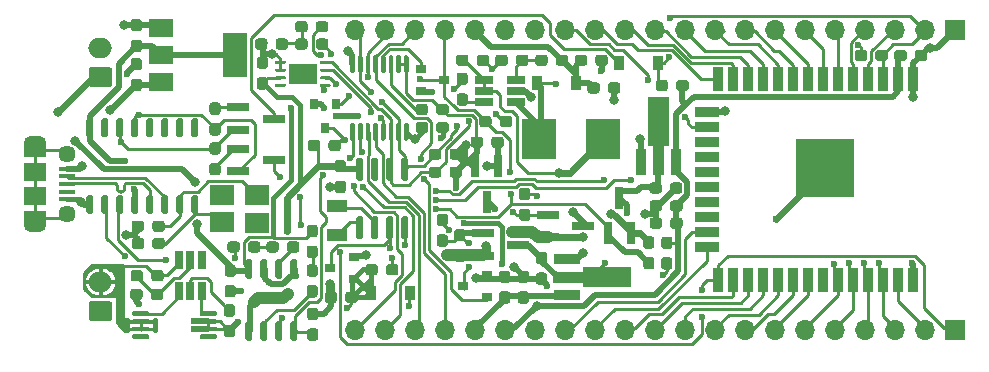
<source format=gbr>
G04 #@! TF.GenerationSoftware,KiCad,Pcbnew,(5.1.8)-1*
G04 #@! TF.CreationDate,2020-12-07T15:13:13+01:00*
G04 #@! TF.ProjectId,SuperPower-uC-KiCad,53757065-7250-46f7-9765-722d75432d4b,rev?*
G04 #@! TF.SameCoordinates,Original*
G04 #@! TF.FileFunction,Copper,L1,Top*
G04 #@! TF.FilePolarity,Positive*
%FSLAX46Y46*%
G04 Gerber Fmt 4.6, Leading zero omitted, Abs format (unit mm)*
G04 Created by KiCad (PCBNEW (5.1.8)-1) date 2020-12-07 15:13:13*
%MOMM*%
%LPD*%
G01*
G04 APERTURE LIST*
G04 #@! TA.AperFunction,SMDPad,CuDef*
%ADD10R,0.900000X1.200000*%
G04 #@! TD*
G04 #@! TA.AperFunction,SMDPad,CuDef*
%ADD11R,1.900000X0.800000*%
G04 #@! TD*
G04 #@! TA.AperFunction,SMDPad,CuDef*
%ADD12R,0.800000X0.900000*%
G04 #@! TD*
G04 #@! TA.AperFunction,SMDPad,CuDef*
%ADD13R,2.100000X1.800000*%
G04 #@! TD*
G04 #@! TA.AperFunction,ComponentPad*
%ADD14O,1.700000X1.700000*%
G04 #@! TD*
G04 #@! TA.AperFunction,ComponentPad*
%ADD15R,1.700000X1.700000*%
G04 #@! TD*
G04 #@! TA.AperFunction,SMDPad,CuDef*
%ADD16R,1.900000X1.200000*%
G04 #@! TD*
G04 #@! TA.AperFunction,ComponentPad*
%ADD17O,1.900000X1.200000*%
G04 #@! TD*
G04 #@! TA.AperFunction,SMDPad,CuDef*
%ADD18R,1.900000X1.500000*%
G04 #@! TD*
G04 #@! TA.AperFunction,ComponentPad*
%ADD19C,1.450000*%
G04 #@! TD*
G04 #@! TA.AperFunction,SMDPad,CuDef*
%ADD20R,1.350000X0.400000*%
G04 #@! TD*
G04 #@! TA.AperFunction,SMDPad,CuDef*
%ADD21R,2.950000X3.500000*%
G04 #@! TD*
G04 #@! TA.AperFunction,SMDPad,CuDef*
%ADD22R,1.800000X1.000000*%
G04 #@! TD*
G04 #@! TA.AperFunction,SMDPad,CuDef*
%ADD23R,0.900000X2.000000*%
G04 #@! TD*
G04 #@! TA.AperFunction,SMDPad,CuDef*
%ADD24R,2.000000X0.900000*%
G04 #@! TD*
G04 #@! TA.AperFunction,SMDPad,CuDef*
%ADD25R,5.000000X5.000000*%
G04 #@! TD*
G04 #@! TA.AperFunction,SMDPad,CuDef*
%ADD26C,0.100000*%
G04 #@! TD*
G04 #@! TA.AperFunction,SMDPad,CuDef*
%ADD27R,0.900000X2.300000*%
G04 #@! TD*
G04 #@! TA.AperFunction,SMDPad,CuDef*
%ADD28R,2.300000X0.900000*%
G04 #@! TD*
G04 #@! TA.AperFunction,SMDPad,CuDef*
%ADD29R,1.560000X0.650000*%
G04 #@! TD*
G04 #@! TA.AperFunction,SMDPad,CuDef*
%ADD30R,0.800000X1.900000*%
G04 #@! TD*
G04 #@! TA.AperFunction,SMDPad,CuDef*
%ADD31R,2.000000X1.500000*%
G04 #@! TD*
G04 #@! TA.AperFunction,SMDPad,CuDef*
%ADD32R,2.000000X3.800000*%
G04 #@! TD*
G04 #@! TA.AperFunction,SMDPad,CuDef*
%ADD33R,2.400000X1.800000*%
G04 #@! TD*
G04 #@! TA.AperFunction,SMDPad,CuDef*
%ADD34R,0.650000X1.560000*%
G04 #@! TD*
G04 #@! TA.AperFunction,SMDPad,CuDef*
%ADD35R,0.900000X0.800000*%
G04 #@! TD*
G04 #@! TA.AperFunction,ComponentPad*
%ADD36O,2.000000X1.700000*%
G04 #@! TD*
G04 #@! TA.AperFunction,ViaPad*
%ADD37C,0.800000*%
G04 #@! TD*
G04 #@! TA.AperFunction,ViaPad*
%ADD38C,0.600000*%
G04 #@! TD*
G04 #@! TA.AperFunction,Conductor*
%ADD39C,0.250000*%
G04 #@! TD*
G04 #@! TA.AperFunction,Conductor*
%ADD40C,0.508000*%
G04 #@! TD*
G04 #@! TA.AperFunction,Conductor*
%ADD41C,0.500000*%
G04 #@! TD*
G04 #@! TA.AperFunction,Conductor*
%ADD42C,1.000000*%
G04 #@! TD*
G04 #@! TA.AperFunction,Conductor*
%ADD43C,0.600000*%
G04 #@! TD*
G04 #@! TA.AperFunction,Conductor*
%ADD44C,0.750000*%
G04 #@! TD*
G04 #@! TA.AperFunction,Conductor*
%ADD45C,0.400000*%
G04 #@! TD*
G04 #@! TA.AperFunction,Conductor*
%ADD46C,0.254000*%
G04 #@! TD*
G04 #@! TA.AperFunction,Conductor*
%ADD47C,0.100000*%
G04 #@! TD*
G04 APERTURE END LIST*
D10*
X156335000Y-99340200D03*
X153035000Y-99340200D03*
X135303800Y-118771200D03*
X132003800Y-118771200D03*
G04 #@! TA.AperFunction,SMDPad,CuDef*
G36*
G01*
X124197600Y-114672900D02*
X124197600Y-115147900D01*
G75*
G02*
X123960100Y-115385400I-237500J0D01*
G01*
X123385100Y-115385400D01*
G75*
G02*
X123147600Y-115147900I0J237500D01*
G01*
X123147600Y-114672900D01*
G75*
G02*
X123385100Y-114435400I237500J0D01*
G01*
X123960100Y-114435400D01*
G75*
G02*
X124197600Y-114672900I0J-237500D01*
G01*
G37*
G04 #@! TD.AperFunction*
G04 #@! TA.AperFunction,SMDPad,CuDef*
G36*
G01*
X125947600Y-114672900D02*
X125947600Y-115147900D01*
G75*
G02*
X125710100Y-115385400I-237500J0D01*
G01*
X125135100Y-115385400D01*
G75*
G02*
X124897600Y-115147900I0J237500D01*
G01*
X124897600Y-114672900D01*
G75*
G02*
X125135100Y-114435400I237500J0D01*
G01*
X125710100Y-114435400D01*
G75*
G02*
X125947600Y-114672900I0J-237500D01*
G01*
G37*
G04 #@! TD.AperFunction*
G04 #@! TA.AperFunction,SMDPad,CuDef*
G36*
G01*
X127702800Y-106087700D02*
X127702800Y-106562700D01*
G75*
G02*
X127465300Y-106800200I-237500J0D01*
G01*
X126890300Y-106800200D01*
G75*
G02*
X126652800Y-106562700I0J237500D01*
G01*
X126652800Y-106087700D01*
G75*
G02*
X126890300Y-105850200I237500J0D01*
G01*
X127465300Y-105850200D01*
G75*
G02*
X127702800Y-106087700I0J-237500D01*
G01*
G37*
G04 #@! TD.AperFunction*
G04 #@! TA.AperFunction,SMDPad,CuDef*
G36*
G01*
X129452800Y-106087700D02*
X129452800Y-106562700D01*
G75*
G02*
X129215300Y-106800200I-237500J0D01*
G01*
X128640300Y-106800200D01*
G75*
G02*
X128402800Y-106562700I0J237500D01*
G01*
X128402800Y-106087700D01*
G75*
G02*
X128640300Y-105850200I237500J0D01*
G01*
X129215300Y-105850200D01*
G75*
G02*
X129452800Y-106087700I0J-237500D01*
G01*
G37*
G04 #@! TD.AperFunction*
G04 #@! TA.AperFunction,SMDPad,CuDef*
G36*
G01*
X139284700Y-115147400D02*
X139759700Y-115147400D01*
G75*
G02*
X139997200Y-115384900I0J-237500D01*
G01*
X139997200Y-115959900D01*
G75*
G02*
X139759700Y-116197400I-237500J0D01*
G01*
X139284700Y-116197400D01*
G75*
G02*
X139047200Y-115959900I0J237500D01*
G01*
X139047200Y-115384900D01*
G75*
G02*
X139284700Y-115147400I237500J0D01*
G01*
G37*
G04 #@! TD.AperFunction*
G04 #@! TA.AperFunction,SMDPad,CuDef*
G36*
G01*
X139284700Y-113397400D02*
X139759700Y-113397400D01*
G75*
G02*
X139997200Y-113634900I0J-237500D01*
G01*
X139997200Y-114209900D01*
G75*
G02*
X139759700Y-114447400I-237500J0D01*
G01*
X139284700Y-114447400D01*
G75*
G02*
X139047200Y-114209900I0J237500D01*
G01*
X139047200Y-113634900D01*
G75*
G02*
X139284700Y-113397400I237500J0D01*
G01*
G37*
G04 #@! TD.AperFunction*
G04 #@! TA.AperFunction,SMDPad,CuDef*
G36*
G01*
X120895600Y-114672900D02*
X120895600Y-115147900D01*
G75*
G02*
X120658100Y-115385400I-237500J0D01*
G01*
X120083100Y-115385400D01*
G75*
G02*
X119845600Y-115147900I0J237500D01*
G01*
X119845600Y-114672900D01*
G75*
G02*
X120083100Y-114435400I237500J0D01*
G01*
X120658100Y-114435400D01*
G75*
G02*
X120895600Y-114672900I0J-237500D01*
G01*
G37*
G04 #@! TD.AperFunction*
G04 #@! TA.AperFunction,SMDPad,CuDef*
G36*
G01*
X122645600Y-114672900D02*
X122645600Y-115147900D01*
G75*
G02*
X122408100Y-115385400I-237500J0D01*
G01*
X121833100Y-115385400D01*
G75*
G02*
X121595600Y-115147900I0J237500D01*
G01*
X121595600Y-114672900D01*
G75*
G02*
X121833100Y-114435400I237500J0D01*
G01*
X122408100Y-114435400D01*
G75*
G02*
X122645600Y-114672900I0J-237500D01*
G01*
G37*
G04 #@! TD.AperFunction*
G04 #@! TA.AperFunction,SMDPad,CuDef*
G36*
G01*
X145246100Y-110965000D02*
X144771100Y-110965000D01*
G75*
G02*
X144533600Y-110727500I0J237500D01*
G01*
X144533600Y-110152500D01*
G75*
G02*
X144771100Y-109915000I237500J0D01*
G01*
X145246100Y-109915000D01*
G75*
G02*
X145483600Y-110152500I0J-237500D01*
G01*
X145483600Y-110727500D01*
G75*
G02*
X145246100Y-110965000I-237500J0D01*
G01*
G37*
G04 #@! TD.AperFunction*
G04 #@! TA.AperFunction,SMDPad,CuDef*
G36*
G01*
X145246100Y-112715000D02*
X144771100Y-112715000D01*
G75*
G02*
X144533600Y-112477500I0J237500D01*
G01*
X144533600Y-111902500D01*
G75*
G02*
X144771100Y-111665000I237500J0D01*
G01*
X145246100Y-111665000D01*
G75*
G02*
X145483600Y-111902500I0J-237500D01*
G01*
X145483600Y-112477500D01*
G75*
G02*
X145246100Y-112715000I-237500J0D01*
G01*
G37*
G04 #@! TD.AperFunction*
G04 #@! TA.AperFunction,SMDPad,CuDef*
G36*
G01*
X138286500Y-113149400D02*
X137811500Y-113149400D01*
G75*
G02*
X137574000Y-112911900I0J237500D01*
G01*
X137574000Y-112336900D01*
G75*
G02*
X137811500Y-112099400I237500J0D01*
G01*
X138286500Y-112099400D01*
G75*
G02*
X138524000Y-112336900I0J-237500D01*
G01*
X138524000Y-112911900D01*
G75*
G02*
X138286500Y-113149400I-237500J0D01*
G01*
G37*
G04 #@! TD.AperFunction*
G04 #@! TA.AperFunction,SMDPad,CuDef*
G36*
G01*
X138286500Y-114899400D02*
X137811500Y-114899400D01*
G75*
G02*
X137574000Y-114661900I0J237500D01*
G01*
X137574000Y-114086900D01*
G75*
G02*
X137811500Y-113849400I237500J0D01*
G01*
X138286500Y-113849400D01*
G75*
G02*
X138524000Y-114086900I0J-237500D01*
G01*
X138524000Y-114661900D01*
G75*
G02*
X138286500Y-114899400I-237500J0D01*
G01*
G37*
G04 #@! TD.AperFunction*
G04 #@! TA.AperFunction,SMDPad,CuDef*
G36*
G01*
X142208800Y-104055700D02*
X142208800Y-104530700D01*
G75*
G02*
X141971300Y-104768200I-237500J0D01*
G01*
X141396300Y-104768200D01*
G75*
G02*
X141158800Y-104530700I0J237500D01*
G01*
X141158800Y-104055700D01*
G75*
G02*
X141396300Y-103818200I237500J0D01*
G01*
X141971300Y-103818200D01*
G75*
G02*
X142208800Y-104055700I0J-237500D01*
G01*
G37*
G04 #@! TD.AperFunction*
G04 #@! TA.AperFunction,SMDPad,CuDef*
G36*
G01*
X143958800Y-104055700D02*
X143958800Y-104530700D01*
G75*
G02*
X143721300Y-104768200I-237500J0D01*
G01*
X143146300Y-104768200D01*
G75*
G02*
X142908800Y-104530700I0J237500D01*
G01*
X142908800Y-104055700D01*
G75*
G02*
X143146300Y-103818200I237500J0D01*
G01*
X143721300Y-103818200D01*
G75*
G02*
X143958800Y-104055700I0J-237500D01*
G01*
G37*
G04 #@! TD.AperFunction*
G04 #@! TA.AperFunction,SMDPad,CuDef*
G36*
G01*
X155761700Y-115068400D02*
X155286700Y-115068400D01*
G75*
G02*
X155049200Y-114830900I0J237500D01*
G01*
X155049200Y-114255900D01*
G75*
G02*
X155286700Y-114018400I237500J0D01*
G01*
X155761700Y-114018400D01*
G75*
G02*
X155999200Y-114255900I0J-237500D01*
G01*
X155999200Y-114830900D01*
G75*
G02*
X155761700Y-115068400I-237500J0D01*
G01*
G37*
G04 #@! TD.AperFunction*
G04 #@! TA.AperFunction,SMDPad,CuDef*
G36*
G01*
X155761700Y-116818400D02*
X155286700Y-116818400D01*
G75*
G02*
X155049200Y-116580900I0J237500D01*
G01*
X155049200Y-116005900D01*
G75*
G02*
X155286700Y-115768400I237500J0D01*
G01*
X155761700Y-115768400D01*
G75*
G02*
X155999200Y-116005900I0J-237500D01*
G01*
X155999200Y-116580900D01*
G75*
G02*
X155761700Y-116818400I-237500J0D01*
G01*
G37*
G04 #@! TD.AperFunction*
G04 #@! TA.AperFunction,SMDPad,CuDef*
G36*
G01*
X156810700Y-115779800D02*
X157285700Y-115779800D01*
G75*
G02*
X157523200Y-116017300I0J-237500D01*
G01*
X157523200Y-116592300D01*
G75*
G02*
X157285700Y-116829800I-237500J0D01*
G01*
X156810700Y-116829800D01*
G75*
G02*
X156573200Y-116592300I0J237500D01*
G01*
X156573200Y-116017300D01*
G75*
G02*
X156810700Y-115779800I237500J0D01*
G01*
G37*
G04 #@! TD.AperFunction*
G04 #@! TA.AperFunction,SMDPad,CuDef*
G36*
G01*
X156810700Y-114029800D02*
X157285700Y-114029800D01*
G75*
G02*
X157523200Y-114267300I0J-237500D01*
G01*
X157523200Y-114842300D01*
G75*
G02*
X157285700Y-115079800I-237500J0D01*
G01*
X156810700Y-115079800D01*
G75*
G02*
X156573200Y-114842300I0J237500D01*
G01*
X156573200Y-114267300D01*
G75*
G02*
X156810700Y-114029800I237500J0D01*
G01*
G37*
G04 #@! TD.AperFunction*
D11*
X149989800Y-113147600D03*
X146989800Y-114097600D03*
X146989800Y-112197600D03*
D12*
X128107400Y-104820000D03*
X127157400Y-102820000D03*
X129057400Y-102820000D03*
D11*
X123777000Y-107559600D03*
X120777000Y-108509600D03*
X120777000Y-106609600D03*
X123777000Y-104039200D03*
X120777000Y-104989200D03*
X120777000Y-103089200D03*
G04 #@! TA.AperFunction,SMDPad,CuDef*
G36*
G01*
X136835400Y-104563700D02*
X136835400Y-105038700D01*
G75*
G02*
X136597900Y-105276200I-237500J0D01*
G01*
X136022900Y-105276200D01*
G75*
G02*
X135785400Y-105038700I0J237500D01*
G01*
X135785400Y-104563700D01*
G75*
G02*
X136022900Y-104326200I237500J0D01*
G01*
X136597900Y-104326200D01*
G75*
G02*
X136835400Y-104563700I0J-237500D01*
G01*
G37*
G04 #@! TD.AperFunction*
G04 #@! TA.AperFunction,SMDPad,CuDef*
G36*
G01*
X138585400Y-104563700D02*
X138585400Y-105038700D01*
G75*
G02*
X138347900Y-105276200I-237500J0D01*
G01*
X137772900Y-105276200D01*
G75*
G02*
X137535400Y-105038700I0J237500D01*
G01*
X137535400Y-104563700D01*
G75*
G02*
X137772900Y-104326200I237500J0D01*
G01*
X138347900Y-104326200D01*
G75*
G02*
X138585400Y-104563700I0J-237500D01*
G01*
G37*
G04 #@! TD.AperFunction*
G04 #@! TA.AperFunction,SMDPad,CuDef*
G36*
G01*
X157144000Y-101007700D02*
X157144000Y-101482700D01*
G75*
G02*
X156906500Y-101720200I-237500J0D01*
G01*
X156331500Y-101720200D01*
G75*
G02*
X156094000Y-101482700I0J237500D01*
G01*
X156094000Y-101007700D01*
G75*
G02*
X156331500Y-100770200I237500J0D01*
G01*
X156906500Y-100770200D01*
G75*
G02*
X157144000Y-101007700I0J-237500D01*
G01*
G37*
G04 #@! TD.AperFunction*
G04 #@! TA.AperFunction,SMDPad,CuDef*
G36*
G01*
X158894000Y-101007700D02*
X158894000Y-101482700D01*
G75*
G02*
X158656500Y-101720200I-237500J0D01*
G01*
X158081500Y-101720200D01*
G75*
G02*
X157844000Y-101482700I0J237500D01*
G01*
X157844000Y-101007700D01*
G75*
G02*
X158081500Y-100770200I237500J0D01*
G01*
X158656500Y-100770200D01*
G75*
G02*
X158894000Y-101007700I0J-237500D01*
G01*
G37*
G04 #@! TD.AperFunction*
G04 #@! TA.AperFunction,SMDPad,CuDef*
G36*
G01*
X136824000Y-103039700D02*
X136824000Y-103514700D01*
G75*
G02*
X136586500Y-103752200I-237500J0D01*
G01*
X136011500Y-103752200D01*
G75*
G02*
X135774000Y-103514700I0J237500D01*
G01*
X135774000Y-103039700D01*
G75*
G02*
X136011500Y-102802200I237500J0D01*
G01*
X136586500Y-102802200D01*
G75*
G02*
X136824000Y-103039700I0J-237500D01*
G01*
G37*
G04 #@! TD.AperFunction*
G04 #@! TA.AperFunction,SMDPad,CuDef*
G36*
G01*
X138574000Y-103039700D02*
X138574000Y-103514700D01*
G75*
G02*
X138336500Y-103752200I-237500J0D01*
G01*
X137761500Y-103752200D01*
G75*
G02*
X137524000Y-103514700I0J237500D01*
G01*
X137524000Y-103039700D01*
G75*
G02*
X137761500Y-102802200I237500J0D01*
G01*
X138336500Y-102802200D01*
G75*
G02*
X138574000Y-103039700I0J-237500D01*
G01*
G37*
G04 #@! TD.AperFunction*
D13*
X122331000Y-112846000D03*
X119431000Y-110553000D03*
X119431000Y-112839000D03*
X122331000Y-110546000D03*
D14*
X130683000Y-121920000D03*
X133223000Y-121920000D03*
X135763000Y-121920000D03*
X138303000Y-121920000D03*
X140843000Y-121920000D03*
X143383000Y-121920000D03*
X145923000Y-121920000D03*
X148463000Y-121920000D03*
X151003000Y-121920000D03*
X153543000Y-121920000D03*
X156083000Y-121920000D03*
X158623000Y-121920000D03*
X161163000Y-121920000D03*
X163703000Y-121920000D03*
X166243000Y-121920000D03*
X168783000Y-121920000D03*
X171323000Y-121920000D03*
X173863000Y-121920000D03*
X176403000Y-121920000D03*
X178943000Y-121920000D03*
D15*
X181483000Y-121920000D03*
D14*
X130683000Y-96520000D03*
X133223000Y-96520000D03*
X135763000Y-96520000D03*
X138303000Y-96520000D03*
X140843000Y-96520000D03*
X143383000Y-96520000D03*
X145923000Y-96520000D03*
X148463000Y-96520000D03*
X151003000Y-96520000D03*
X153543000Y-96520000D03*
X156083000Y-96520000D03*
X158623000Y-96520000D03*
X161163000Y-96520000D03*
X163703000Y-96520000D03*
X166243000Y-96520000D03*
X168783000Y-96520000D03*
X171323000Y-96520000D03*
X173863000Y-96520000D03*
X176403000Y-96520000D03*
X178943000Y-96520000D03*
D15*
X181483000Y-96520000D03*
D10*
X146024600Y-101042000D03*
X149324600Y-101042000D03*
D16*
X103537500Y-106685000D03*
X103537500Y-112485000D03*
D17*
X103537500Y-113085000D03*
X103537500Y-106085000D03*
D18*
X103537500Y-108585000D03*
D19*
X106237500Y-112085000D03*
D20*
X106237500Y-109585000D03*
X106237500Y-110235000D03*
X106237500Y-110885000D03*
X106237500Y-108285000D03*
X106237500Y-108935000D03*
D19*
X106237500Y-107085000D03*
D18*
X103537500Y-110585000D03*
D21*
X146227800Y-105766400D03*
X151677800Y-105766400D03*
D22*
X129095500Y-113942500D03*
X129095500Y-111442500D03*
D23*
X177927000Y-117729000D03*
X176657000Y-117729000D03*
X175387000Y-117729000D03*
X174117000Y-117729000D03*
X172847000Y-117729000D03*
X171577000Y-117729000D03*
X170307000Y-117729000D03*
X169037000Y-117729000D03*
X167767000Y-117729000D03*
X166497000Y-117729000D03*
X165227000Y-117729000D03*
X163957000Y-117729000D03*
X162687000Y-117729000D03*
X161417000Y-117729000D03*
D24*
X160417000Y-114944000D03*
X160417000Y-113674000D03*
X160417000Y-112404000D03*
X160417000Y-111134000D03*
X160417000Y-109864000D03*
X160417000Y-108594000D03*
X160417000Y-107324000D03*
X160417000Y-106054000D03*
X160417000Y-104784000D03*
X160417000Y-103514000D03*
D23*
X161417000Y-100729000D03*
X162687000Y-100729000D03*
X163957000Y-100729000D03*
X165227000Y-100729000D03*
X166497000Y-100729000D03*
X167767000Y-100729000D03*
X169037000Y-100729000D03*
X170307000Y-100729000D03*
X171577000Y-100729000D03*
X172847000Y-100729000D03*
X174117000Y-100729000D03*
X175387000Y-100729000D03*
X176657000Y-100729000D03*
X177927000Y-100729000D03*
D25*
X170427000Y-108229000D03*
G04 #@! TA.AperFunction,SMDPad,CuDef*
D26*
G36*
X157203500Y-102237000D02*
G01*
X157203500Y-106362000D01*
X156787000Y-106362000D01*
X156787000Y-108837000D01*
X155887000Y-108837000D01*
X155887000Y-106362000D01*
X155470500Y-106362000D01*
X155470500Y-102237000D01*
X157203500Y-102237000D01*
G37*
G04 #@! TD.AperFunction*
D27*
X157837000Y-107687000D03*
X154837000Y-107687000D03*
G04 #@! TA.AperFunction,SMDPad,CuDef*
D26*
G36*
X154049000Y-118341500D02*
G01*
X149924000Y-118341500D01*
X149924000Y-117925000D01*
X147449000Y-117925000D01*
X147449000Y-117025000D01*
X149924000Y-117025000D01*
X149924000Y-116608500D01*
X154049000Y-116608500D01*
X154049000Y-118341500D01*
G37*
G04 #@! TD.AperFunction*
D28*
X148599000Y-118975000D03*
X148599000Y-115975000D03*
D29*
X141554200Y-101729500D03*
X141554200Y-102679500D03*
X141554200Y-100779500D03*
X144254200Y-100779500D03*
X144254200Y-101729500D03*
X144254200Y-102679500D03*
G04 #@! TA.AperFunction,SMDPad,CuDef*
G36*
G01*
X134890000Y-104428500D02*
X135090000Y-104428500D01*
G75*
G02*
X135190000Y-104528500I0J-100000D01*
G01*
X135190000Y-105803500D01*
G75*
G02*
X135090000Y-105903500I-100000J0D01*
G01*
X134890000Y-105903500D01*
G75*
G02*
X134790000Y-105803500I0J100000D01*
G01*
X134790000Y-104528500D01*
G75*
G02*
X134890000Y-104428500I100000J0D01*
G01*
G37*
G04 #@! TD.AperFunction*
G04 #@! TA.AperFunction,SMDPad,CuDef*
G36*
G01*
X134240000Y-104428500D02*
X134440000Y-104428500D01*
G75*
G02*
X134540000Y-104528500I0J-100000D01*
G01*
X134540000Y-105803500D01*
G75*
G02*
X134440000Y-105903500I-100000J0D01*
G01*
X134240000Y-105903500D01*
G75*
G02*
X134140000Y-105803500I0J100000D01*
G01*
X134140000Y-104528500D01*
G75*
G02*
X134240000Y-104428500I100000J0D01*
G01*
G37*
G04 #@! TD.AperFunction*
G04 #@! TA.AperFunction,SMDPad,CuDef*
G36*
G01*
X133590000Y-104428500D02*
X133790000Y-104428500D01*
G75*
G02*
X133890000Y-104528500I0J-100000D01*
G01*
X133890000Y-105803500D01*
G75*
G02*
X133790000Y-105903500I-100000J0D01*
G01*
X133590000Y-105903500D01*
G75*
G02*
X133490000Y-105803500I0J100000D01*
G01*
X133490000Y-104528500D01*
G75*
G02*
X133590000Y-104428500I100000J0D01*
G01*
G37*
G04 #@! TD.AperFunction*
G04 #@! TA.AperFunction,SMDPad,CuDef*
G36*
G01*
X132940000Y-104428500D02*
X133140000Y-104428500D01*
G75*
G02*
X133240000Y-104528500I0J-100000D01*
G01*
X133240000Y-105803500D01*
G75*
G02*
X133140000Y-105903500I-100000J0D01*
G01*
X132940000Y-105903500D01*
G75*
G02*
X132840000Y-105803500I0J100000D01*
G01*
X132840000Y-104528500D01*
G75*
G02*
X132940000Y-104428500I100000J0D01*
G01*
G37*
G04 #@! TD.AperFunction*
G04 #@! TA.AperFunction,SMDPad,CuDef*
G36*
G01*
X132290000Y-104428500D02*
X132490000Y-104428500D01*
G75*
G02*
X132590000Y-104528500I0J-100000D01*
G01*
X132590000Y-105803500D01*
G75*
G02*
X132490000Y-105903500I-100000J0D01*
G01*
X132290000Y-105903500D01*
G75*
G02*
X132190000Y-105803500I0J100000D01*
G01*
X132190000Y-104528500D01*
G75*
G02*
X132290000Y-104428500I100000J0D01*
G01*
G37*
G04 #@! TD.AperFunction*
G04 #@! TA.AperFunction,SMDPad,CuDef*
G36*
G01*
X131640000Y-104428500D02*
X131840000Y-104428500D01*
G75*
G02*
X131940000Y-104528500I0J-100000D01*
G01*
X131940000Y-105803500D01*
G75*
G02*
X131840000Y-105903500I-100000J0D01*
G01*
X131640000Y-105903500D01*
G75*
G02*
X131540000Y-105803500I0J100000D01*
G01*
X131540000Y-104528500D01*
G75*
G02*
X131640000Y-104428500I100000J0D01*
G01*
G37*
G04 #@! TD.AperFunction*
G04 #@! TA.AperFunction,SMDPad,CuDef*
G36*
G01*
X130990000Y-104428500D02*
X131190000Y-104428500D01*
G75*
G02*
X131290000Y-104528500I0J-100000D01*
G01*
X131290000Y-105803500D01*
G75*
G02*
X131190000Y-105903500I-100000J0D01*
G01*
X130990000Y-105903500D01*
G75*
G02*
X130890000Y-105803500I0J100000D01*
G01*
X130890000Y-104528500D01*
G75*
G02*
X130990000Y-104428500I100000J0D01*
G01*
G37*
G04 #@! TD.AperFunction*
G04 #@! TA.AperFunction,SMDPad,CuDef*
G36*
G01*
X130340000Y-104428500D02*
X130540000Y-104428500D01*
G75*
G02*
X130640000Y-104528500I0J-100000D01*
G01*
X130640000Y-105803500D01*
G75*
G02*
X130540000Y-105903500I-100000J0D01*
G01*
X130340000Y-105903500D01*
G75*
G02*
X130240000Y-105803500I0J100000D01*
G01*
X130240000Y-104528500D01*
G75*
G02*
X130340000Y-104428500I100000J0D01*
G01*
G37*
G04 #@! TD.AperFunction*
G04 #@! TA.AperFunction,SMDPad,CuDef*
G36*
G01*
X130340000Y-98703500D02*
X130540000Y-98703500D01*
G75*
G02*
X130640000Y-98803500I0J-100000D01*
G01*
X130640000Y-100078500D01*
G75*
G02*
X130540000Y-100178500I-100000J0D01*
G01*
X130340000Y-100178500D01*
G75*
G02*
X130240000Y-100078500I0J100000D01*
G01*
X130240000Y-98803500D01*
G75*
G02*
X130340000Y-98703500I100000J0D01*
G01*
G37*
G04 #@! TD.AperFunction*
G04 #@! TA.AperFunction,SMDPad,CuDef*
G36*
G01*
X130990000Y-98703500D02*
X131190000Y-98703500D01*
G75*
G02*
X131290000Y-98803500I0J-100000D01*
G01*
X131290000Y-100078500D01*
G75*
G02*
X131190000Y-100178500I-100000J0D01*
G01*
X130990000Y-100178500D01*
G75*
G02*
X130890000Y-100078500I0J100000D01*
G01*
X130890000Y-98803500D01*
G75*
G02*
X130990000Y-98703500I100000J0D01*
G01*
G37*
G04 #@! TD.AperFunction*
G04 #@! TA.AperFunction,SMDPad,CuDef*
G36*
G01*
X131640000Y-98703500D02*
X131840000Y-98703500D01*
G75*
G02*
X131940000Y-98803500I0J-100000D01*
G01*
X131940000Y-100078500D01*
G75*
G02*
X131840000Y-100178500I-100000J0D01*
G01*
X131640000Y-100178500D01*
G75*
G02*
X131540000Y-100078500I0J100000D01*
G01*
X131540000Y-98803500D01*
G75*
G02*
X131640000Y-98703500I100000J0D01*
G01*
G37*
G04 #@! TD.AperFunction*
G04 #@! TA.AperFunction,SMDPad,CuDef*
G36*
G01*
X132290000Y-98703500D02*
X132490000Y-98703500D01*
G75*
G02*
X132590000Y-98803500I0J-100000D01*
G01*
X132590000Y-100078500D01*
G75*
G02*
X132490000Y-100178500I-100000J0D01*
G01*
X132290000Y-100178500D01*
G75*
G02*
X132190000Y-100078500I0J100000D01*
G01*
X132190000Y-98803500D01*
G75*
G02*
X132290000Y-98703500I100000J0D01*
G01*
G37*
G04 #@! TD.AperFunction*
G04 #@! TA.AperFunction,SMDPad,CuDef*
G36*
G01*
X132940000Y-98703500D02*
X133140000Y-98703500D01*
G75*
G02*
X133240000Y-98803500I0J-100000D01*
G01*
X133240000Y-100078500D01*
G75*
G02*
X133140000Y-100178500I-100000J0D01*
G01*
X132940000Y-100178500D01*
G75*
G02*
X132840000Y-100078500I0J100000D01*
G01*
X132840000Y-98803500D01*
G75*
G02*
X132940000Y-98703500I100000J0D01*
G01*
G37*
G04 #@! TD.AperFunction*
G04 #@! TA.AperFunction,SMDPad,CuDef*
G36*
G01*
X133590000Y-98703500D02*
X133790000Y-98703500D01*
G75*
G02*
X133890000Y-98803500I0J-100000D01*
G01*
X133890000Y-100078500D01*
G75*
G02*
X133790000Y-100178500I-100000J0D01*
G01*
X133590000Y-100178500D01*
G75*
G02*
X133490000Y-100078500I0J100000D01*
G01*
X133490000Y-98803500D01*
G75*
G02*
X133590000Y-98703500I100000J0D01*
G01*
G37*
G04 #@! TD.AperFunction*
G04 #@! TA.AperFunction,SMDPad,CuDef*
G36*
G01*
X134240000Y-98703500D02*
X134440000Y-98703500D01*
G75*
G02*
X134540000Y-98803500I0J-100000D01*
G01*
X134540000Y-100078500D01*
G75*
G02*
X134440000Y-100178500I-100000J0D01*
G01*
X134240000Y-100178500D01*
G75*
G02*
X134140000Y-100078500I0J100000D01*
G01*
X134140000Y-98803500D01*
G75*
G02*
X134240000Y-98703500I100000J0D01*
G01*
G37*
G04 #@! TD.AperFunction*
G04 #@! TA.AperFunction,SMDPad,CuDef*
G36*
G01*
X134890000Y-98703500D02*
X135090000Y-98703500D01*
G75*
G02*
X135190000Y-98803500I0J-100000D01*
G01*
X135190000Y-100078500D01*
G75*
G02*
X135090000Y-100178500I-100000J0D01*
G01*
X134890000Y-100178500D01*
G75*
G02*
X134790000Y-100078500I0J100000D01*
G01*
X134790000Y-98803500D01*
G75*
G02*
X134890000Y-98703500I100000J0D01*
G01*
G37*
G04 #@! TD.AperFunction*
D30*
X141798000Y-111077000D03*
X140848000Y-108077000D03*
X142748000Y-108077000D03*
G04 #@! TA.AperFunction,SMDPad,CuDef*
G36*
G01*
X131214000Y-109306000D02*
X130914000Y-109306000D01*
G75*
G02*
X130764000Y-109156000I0J150000D01*
G01*
X130764000Y-107506000D01*
G75*
G02*
X130914000Y-107356000I150000J0D01*
G01*
X131214000Y-107356000D01*
G75*
G02*
X131364000Y-107506000I0J-150000D01*
G01*
X131364000Y-109156000D01*
G75*
G02*
X131214000Y-109306000I-150000J0D01*
G01*
G37*
G04 #@! TD.AperFunction*
G04 #@! TA.AperFunction,SMDPad,CuDef*
G36*
G01*
X132484000Y-109306000D02*
X132184000Y-109306000D01*
G75*
G02*
X132034000Y-109156000I0J150000D01*
G01*
X132034000Y-107506000D01*
G75*
G02*
X132184000Y-107356000I150000J0D01*
G01*
X132484000Y-107356000D01*
G75*
G02*
X132634000Y-107506000I0J-150000D01*
G01*
X132634000Y-109156000D01*
G75*
G02*
X132484000Y-109306000I-150000J0D01*
G01*
G37*
G04 #@! TD.AperFunction*
G04 #@! TA.AperFunction,SMDPad,CuDef*
G36*
G01*
X133754000Y-109306000D02*
X133454000Y-109306000D01*
G75*
G02*
X133304000Y-109156000I0J150000D01*
G01*
X133304000Y-107506000D01*
G75*
G02*
X133454000Y-107356000I150000J0D01*
G01*
X133754000Y-107356000D01*
G75*
G02*
X133904000Y-107506000I0J-150000D01*
G01*
X133904000Y-109156000D01*
G75*
G02*
X133754000Y-109306000I-150000J0D01*
G01*
G37*
G04 #@! TD.AperFunction*
G04 #@! TA.AperFunction,SMDPad,CuDef*
G36*
G01*
X135024000Y-109306000D02*
X134724000Y-109306000D01*
G75*
G02*
X134574000Y-109156000I0J150000D01*
G01*
X134574000Y-107506000D01*
G75*
G02*
X134724000Y-107356000I150000J0D01*
G01*
X135024000Y-107356000D01*
G75*
G02*
X135174000Y-107506000I0J-150000D01*
G01*
X135174000Y-109156000D01*
G75*
G02*
X135024000Y-109306000I-150000J0D01*
G01*
G37*
G04 #@! TD.AperFunction*
G04 #@! TA.AperFunction,SMDPad,CuDef*
G36*
G01*
X135024000Y-114256000D02*
X134724000Y-114256000D01*
G75*
G02*
X134574000Y-114106000I0J150000D01*
G01*
X134574000Y-112456000D01*
G75*
G02*
X134724000Y-112306000I150000J0D01*
G01*
X135024000Y-112306000D01*
G75*
G02*
X135174000Y-112456000I0J-150000D01*
G01*
X135174000Y-114106000D01*
G75*
G02*
X135024000Y-114256000I-150000J0D01*
G01*
G37*
G04 #@! TD.AperFunction*
G04 #@! TA.AperFunction,SMDPad,CuDef*
G36*
G01*
X133754000Y-114256000D02*
X133454000Y-114256000D01*
G75*
G02*
X133304000Y-114106000I0J150000D01*
G01*
X133304000Y-112456000D01*
G75*
G02*
X133454000Y-112306000I150000J0D01*
G01*
X133754000Y-112306000D01*
G75*
G02*
X133904000Y-112456000I0J-150000D01*
G01*
X133904000Y-114106000D01*
G75*
G02*
X133754000Y-114256000I-150000J0D01*
G01*
G37*
G04 #@! TD.AperFunction*
G04 #@! TA.AperFunction,SMDPad,CuDef*
G36*
G01*
X132484000Y-114256000D02*
X132184000Y-114256000D01*
G75*
G02*
X132034000Y-114106000I0J150000D01*
G01*
X132034000Y-112456000D01*
G75*
G02*
X132184000Y-112306000I150000J0D01*
G01*
X132484000Y-112306000D01*
G75*
G02*
X132634000Y-112456000I0J-150000D01*
G01*
X132634000Y-114106000D01*
G75*
G02*
X132484000Y-114256000I-150000J0D01*
G01*
G37*
G04 #@! TD.AperFunction*
G04 #@! TA.AperFunction,SMDPad,CuDef*
G36*
G01*
X131214000Y-114256000D02*
X130914000Y-114256000D01*
G75*
G02*
X130764000Y-114106000I0J150000D01*
G01*
X130764000Y-112456000D01*
G75*
G02*
X130914000Y-112306000I150000J0D01*
G01*
X131214000Y-112306000D01*
G75*
G02*
X131364000Y-112456000I0J-150000D01*
G01*
X131364000Y-114106000D01*
G75*
G02*
X131214000Y-114256000I-150000J0D01*
G01*
G37*
G04 #@! TD.AperFunction*
D31*
X114223000Y-96379000D03*
X114223000Y-100979000D03*
X114223000Y-98679000D03*
D32*
X120523000Y-98679000D03*
G04 #@! TA.AperFunction,SMDPad,CuDef*
G36*
G01*
X108354000Y-105627000D02*
X108054000Y-105627000D01*
G75*
G02*
X107904000Y-105477000I0J150000D01*
G01*
X107904000Y-104177000D01*
G75*
G02*
X108054000Y-104027000I150000J0D01*
G01*
X108354000Y-104027000D01*
G75*
G02*
X108504000Y-104177000I0J-150000D01*
G01*
X108504000Y-105477000D01*
G75*
G02*
X108354000Y-105627000I-150000J0D01*
G01*
G37*
G04 #@! TD.AperFunction*
G04 #@! TA.AperFunction,SMDPad,CuDef*
G36*
G01*
X109624000Y-105627000D02*
X109324000Y-105627000D01*
G75*
G02*
X109174000Y-105477000I0J150000D01*
G01*
X109174000Y-104177000D01*
G75*
G02*
X109324000Y-104027000I150000J0D01*
G01*
X109624000Y-104027000D01*
G75*
G02*
X109774000Y-104177000I0J-150000D01*
G01*
X109774000Y-105477000D01*
G75*
G02*
X109624000Y-105627000I-150000J0D01*
G01*
G37*
G04 #@! TD.AperFunction*
G04 #@! TA.AperFunction,SMDPad,CuDef*
G36*
G01*
X110894000Y-105627000D02*
X110594000Y-105627000D01*
G75*
G02*
X110444000Y-105477000I0J150000D01*
G01*
X110444000Y-104177000D01*
G75*
G02*
X110594000Y-104027000I150000J0D01*
G01*
X110894000Y-104027000D01*
G75*
G02*
X111044000Y-104177000I0J-150000D01*
G01*
X111044000Y-105477000D01*
G75*
G02*
X110894000Y-105627000I-150000J0D01*
G01*
G37*
G04 #@! TD.AperFunction*
G04 #@! TA.AperFunction,SMDPad,CuDef*
G36*
G01*
X112164000Y-105627000D02*
X111864000Y-105627000D01*
G75*
G02*
X111714000Y-105477000I0J150000D01*
G01*
X111714000Y-104177000D01*
G75*
G02*
X111864000Y-104027000I150000J0D01*
G01*
X112164000Y-104027000D01*
G75*
G02*
X112314000Y-104177000I0J-150000D01*
G01*
X112314000Y-105477000D01*
G75*
G02*
X112164000Y-105627000I-150000J0D01*
G01*
G37*
G04 #@! TD.AperFunction*
G04 #@! TA.AperFunction,SMDPad,CuDef*
G36*
G01*
X113434000Y-105627000D02*
X113134000Y-105627000D01*
G75*
G02*
X112984000Y-105477000I0J150000D01*
G01*
X112984000Y-104177000D01*
G75*
G02*
X113134000Y-104027000I150000J0D01*
G01*
X113434000Y-104027000D01*
G75*
G02*
X113584000Y-104177000I0J-150000D01*
G01*
X113584000Y-105477000D01*
G75*
G02*
X113434000Y-105627000I-150000J0D01*
G01*
G37*
G04 #@! TD.AperFunction*
G04 #@! TA.AperFunction,SMDPad,CuDef*
G36*
G01*
X114704000Y-105627000D02*
X114404000Y-105627000D01*
G75*
G02*
X114254000Y-105477000I0J150000D01*
G01*
X114254000Y-104177000D01*
G75*
G02*
X114404000Y-104027000I150000J0D01*
G01*
X114704000Y-104027000D01*
G75*
G02*
X114854000Y-104177000I0J-150000D01*
G01*
X114854000Y-105477000D01*
G75*
G02*
X114704000Y-105627000I-150000J0D01*
G01*
G37*
G04 #@! TD.AperFunction*
G04 #@! TA.AperFunction,SMDPad,CuDef*
G36*
G01*
X115974000Y-105627000D02*
X115674000Y-105627000D01*
G75*
G02*
X115524000Y-105477000I0J150000D01*
G01*
X115524000Y-104177000D01*
G75*
G02*
X115674000Y-104027000I150000J0D01*
G01*
X115974000Y-104027000D01*
G75*
G02*
X116124000Y-104177000I0J-150000D01*
G01*
X116124000Y-105477000D01*
G75*
G02*
X115974000Y-105627000I-150000J0D01*
G01*
G37*
G04 #@! TD.AperFunction*
G04 #@! TA.AperFunction,SMDPad,CuDef*
G36*
G01*
X117244000Y-105627000D02*
X116944000Y-105627000D01*
G75*
G02*
X116794000Y-105477000I0J150000D01*
G01*
X116794000Y-104177000D01*
G75*
G02*
X116944000Y-104027000I150000J0D01*
G01*
X117244000Y-104027000D01*
G75*
G02*
X117394000Y-104177000I0J-150000D01*
G01*
X117394000Y-105477000D01*
G75*
G02*
X117244000Y-105627000I-150000J0D01*
G01*
G37*
G04 #@! TD.AperFunction*
G04 #@! TA.AperFunction,SMDPad,CuDef*
G36*
G01*
X117244000Y-112127000D02*
X116944000Y-112127000D01*
G75*
G02*
X116794000Y-111977000I0J150000D01*
G01*
X116794000Y-110677000D01*
G75*
G02*
X116944000Y-110527000I150000J0D01*
G01*
X117244000Y-110527000D01*
G75*
G02*
X117394000Y-110677000I0J-150000D01*
G01*
X117394000Y-111977000D01*
G75*
G02*
X117244000Y-112127000I-150000J0D01*
G01*
G37*
G04 #@! TD.AperFunction*
G04 #@! TA.AperFunction,SMDPad,CuDef*
G36*
G01*
X115974000Y-112127000D02*
X115674000Y-112127000D01*
G75*
G02*
X115524000Y-111977000I0J150000D01*
G01*
X115524000Y-110677000D01*
G75*
G02*
X115674000Y-110527000I150000J0D01*
G01*
X115974000Y-110527000D01*
G75*
G02*
X116124000Y-110677000I0J-150000D01*
G01*
X116124000Y-111977000D01*
G75*
G02*
X115974000Y-112127000I-150000J0D01*
G01*
G37*
G04 #@! TD.AperFunction*
G04 #@! TA.AperFunction,SMDPad,CuDef*
G36*
G01*
X114704000Y-112127000D02*
X114404000Y-112127000D01*
G75*
G02*
X114254000Y-111977000I0J150000D01*
G01*
X114254000Y-110677000D01*
G75*
G02*
X114404000Y-110527000I150000J0D01*
G01*
X114704000Y-110527000D01*
G75*
G02*
X114854000Y-110677000I0J-150000D01*
G01*
X114854000Y-111977000D01*
G75*
G02*
X114704000Y-112127000I-150000J0D01*
G01*
G37*
G04 #@! TD.AperFunction*
G04 #@! TA.AperFunction,SMDPad,CuDef*
G36*
G01*
X113434000Y-112127000D02*
X113134000Y-112127000D01*
G75*
G02*
X112984000Y-111977000I0J150000D01*
G01*
X112984000Y-110677000D01*
G75*
G02*
X113134000Y-110527000I150000J0D01*
G01*
X113434000Y-110527000D01*
G75*
G02*
X113584000Y-110677000I0J-150000D01*
G01*
X113584000Y-111977000D01*
G75*
G02*
X113434000Y-112127000I-150000J0D01*
G01*
G37*
G04 #@! TD.AperFunction*
G04 #@! TA.AperFunction,SMDPad,CuDef*
G36*
G01*
X112164000Y-112127000D02*
X111864000Y-112127000D01*
G75*
G02*
X111714000Y-111977000I0J150000D01*
G01*
X111714000Y-110677000D01*
G75*
G02*
X111864000Y-110527000I150000J0D01*
G01*
X112164000Y-110527000D01*
G75*
G02*
X112314000Y-110677000I0J-150000D01*
G01*
X112314000Y-111977000D01*
G75*
G02*
X112164000Y-112127000I-150000J0D01*
G01*
G37*
G04 #@! TD.AperFunction*
G04 #@! TA.AperFunction,SMDPad,CuDef*
G36*
G01*
X110894000Y-112127000D02*
X110594000Y-112127000D01*
G75*
G02*
X110444000Y-111977000I0J150000D01*
G01*
X110444000Y-110677000D01*
G75*
G02*
X110594000Y-110527000I150000J0D01*
G01*
X110894000Y-110527000D01*
G75*
G02*
X111044000Y-110677000I0J-150000D01*
G01*
X111044000Y-111977000D01*
G75*
G02*
X110894000Y-112127000I-150000J0D01*
G01*
G37*
G04 #@! TD.AperFunction*
G04 #@! TA.AperFunction,SMDPad,CuDef*
G36*
G01*
X109624000Y-112127000D02*
X109324000Y-112127000D01*
G75*
G02*
X109174000Y-111977000I0J150000D01*
G01*
X109174000Y-110677000D01*
G75*
G02*
X109324000Y-110527000I150000J0D01*
G01*
X109624000Y-110527000D01*
G75*
G02*
X109774000Y-110677000I0J-150000D01*
G01*
X109774000Y-111977000D01*
G75*
G02*
X109624000Y-112127000I-150000J0D01*
G01*
G37*
G04 #@! TD.AperFunction*
G04 #@! TA.AperFunction,SMDPad,CuDef*
G36*
G01*
X108354000Y-112127000D02*
X108054000Y-112127000D01*
G75*
G02*
X107904000Y-111977000I0J150000D01*
G01*
X107904000Y-110677000D01*
G75*
G02*
X108054000Y-110527000I150000J0D01*
G01*
X108354000Y-110527000D01*
G75*
G02*
X108504000Y-110677000I0J-150000D01*
G01*
X108504000Y-111977000D01*
G75*
G02*
X108354000Y-112127000I-150000J0D01*
G01*
G37*
G04 #@! TD.AperFunction*
G04 #@! TA.AperFunction,SMDPad,CuDef*
G36*
G01*
X125326000Y-121201500D02*
X125626000Y-121201500D01*
G75*
G02*
X125776000Y-121351500I0J-150000D01*
G01*
X125776000Y-122701500D01*
G75*
G02*
X125626000Y-122851500I-150000J0D01*
G01*
X125326000Y-122851500D01*
G75*
G02*
X125176000Y-122701500I0J150000D01*
G01*
X125176000Y-121351500D01*
G75*
G02*
X125326000Y-121201500I150000J0D01*
G01*
G37*
G04 #@! TD.AperFunction*
G04 #@! TA.AperFunction,SMDPad,CuDef*
G36*
G01*
X124056000Y-121201500D02*
X124356000Y-121201500D01*
G75*
G02*
X124506000Y-121351500I0J-150000D01*
G01*
X124506000Y-122701500D01*
G75*
G02*
X124356000Y-122851500I-150000J0D01*
G01*
X124056000Y-122851500D01*
G75*
G02*
X123906000Y-122701500I0J150000D01*
G01*
X123906000Y-121351500D01*
G75*
G02*
X124056000Y-121201500I150000J0D01*
G01*
G37*
G04 #@! TD.AperFunction*
G04 #@! TA.AperFunction,SMDPad,CuDef*
G36*
G01*
X122786000Y-121201500D02*
X123086000Y-121201500D01*
G75*
G02*
X123236000Y-121351500I0J-150000D01*
G01*
X123236000Y-122701500D01*
G75*
G02*
X123086000Y-122851500I-150000J0D01*
G01*
X122786000Y-122851500D01*
G75*
G02*
X122636000Y-122701500I0J150000D01*
G01*
X122636000Y-121351500D01*
G75*
G02*
X122786000Y-121201500I150000J0D01*
G01*
G37*
G04 #@! TD.AperFunction*
G04 #@! TA.AperFunction,SMDPad,CuDef*
G36*
G01*
X121516000Y-121201500D02*
X121816000Y-121201500D01*
G75*
G02*
X121966000Y-121351500I0J-150000D01*
G01*
X121966000Y-122701500D01*
G75*
G02*
X121816000Y-122851500I-150000J0D01*
G01*
X121516000Y-122851500D01*
G75*
G02*
X121366000Y-122701500I0J150000D01*
G01*
X121366000Y-121351500D01*
G75*
G02*
X121516000Y-121201500I150000J0D01*
G01*
G37*
G04 #@! TD.AperFunction*
G04 #@! TA.AperFunction,SMDPad,CuDef*
G36*
G01*
X121516000Y-115951500D02*
X121816000Y-115951500D01*
G75*
G02*
X121966000Y-116101500I0J-150000D01*
G01*
X121966000Y-117451500D01*
G75*
G02*
X121816000Y-117601500I-150000J0D01*
G01*
X121516000Y-117601500D01*
G75*
G02*
X121366000Y-117451500I0J150000D01*
G01*
X121366000Y-116101500D01*
G75*
G02*
X121516000Y-115951500I150000J0D01*
G01*
G37*
G04 #@! TD.AperFunction*
G04 #@! TA.AperFunction,SMDPad,CuDef*
G36*
G01*
X122786000Y-115951500D02*
X123086000Y-115951500D01*
G75*
G02*
X123236000Y-116101500I0J-150000D01*
G01*
X123236000Y-117451500D01*
G75*
G02*
X123086000Y-117601500I-150000J0D01*
G01*
X122786000Y-117601500D01*
G75*
G02*
X122636000Y-117451500I0J150000D01*
G01*
X122636000Y-116101500D01*
G75*
G02*
X122786000Y-115951500I150000J0D01*
G01*
G37*
G04 #@! TD.AperFunction*
G04 #@! TA.AperFunction,SMDPad,CuDef*
G36*
G01*
X124056000Y-115951500D02*
X124356000Y-115951500D01*
G75*
G02*
X124506000Y-116101500I0J-150000D01*
G01*
X124506000Y-117451500D01*
G75*
G02*
X124356000Y-117601500I-150000J0D01*
G01*
X124056000Y-117601500D01*
G75*
G02*
X123906000Y-117451500I0J150000D01*
G01*
X123906000Y-116101500D01*
G75*
G02*
X124056000Y-115951500I150000J0D01*
G01*
G37*
G04 #@! TD.AperFunction*
G04 #@! TA.AperFunction,SMDPad,CuDef*
G36*
G01*
X125326000Y-115951500D02*
X125626000Y-115951500D01*
G75*
G02*
X125776000Y-116101500I0J-150000D01*
G01*
X125776000Y-117451500D01*
G75*
G02*
X125626000Y-117601500I-150000J0D01*
G01*
X125326000Y-117601500D01*
G75*
G02*
X125176000Y-117451500I0J150000D01*
G01*
X125176000Y-116101500D01*
G75*
G02*
X125326000Y-115951500I150000J0D01*
G01*
G37*
G04 #@! TD.AperFunction*
D33*
X126238000Y-100266500D03*
G04 #@! TA.AperFunction,SMDPad,CuDef*
G36*
G01*
X127688000Y-99354000D02*
X127688000Y-99229000D01*
G75*
G02*
X127750500Y-99166500I62500J0D01*
G01*
X128525500Y-99166500D01*
G75*
G02*
X128588000Y-99229000I0J-62500D01*
G01*
X128588000Y-99354000D01*
G75*
G02*
X128525500Y-99416500I-62500J0D01*
G01*
X127750500Y-99416500D01*
G75*
G02*
X127688000Y-99354000I0J62500D01*
G01*
G37*
G04 #@! TD.AperFunction*
G04 #@! TA.AperFunction,SMDPad,CuDef*
G36*
G01*
X127688000Y-100004000D02*
X127688000Y-99879000D01*
G75*
G02*
X127750500Y-99816500I62500J0D01*
G01*
X128525500Y-99816500D01*
G75*
G02*
X128588000Y-99879000I0J-62500D01*
G01*
X128588000Y-100004000D01*
G75*
G02*
X128525500Y-100066500I-62500J0D01*
G01*
X127750500Y-100066500D01*
G75*
G02*
X127688000Y-100004000I0J62500D01*
G01*
G37*
G04 #@! TD.AperFunction*
G04 #@! TA.AperFunction,SMDPad,CuDef*
G36*
G01*
X127688000Y-100654000D02*
X127688000Y-100529000D01*
G75*
G02*
X127750500Y-100466500I62500J0D01*
G01*
X128525500Y-100466500D01*
G75*
G02*
X128588000Y-100529000I0J-62500D01*
G01*
X128588000Y-100654000D01*
G75*
G02*
X128525500Y-100716500I-62500J0D01*
G01*
X127750500Y-100716500D01*
G75*
G02*
X127688000Y-100654000I0J62500D01*
G01*
G37*
G04 #@! TD.AperFunction*
G04 #@! TA.AperFunction,SMDPad,CuDef*
G36*
G01*
X127688000Y-101304000D02*
X127688000Y-101179000D01*
G75*
G02*
X127750500Y-101116500I62500J0D01*
G01*
X128525500Y-101116500D01*
G75*
G02*
X128588000Y-101179000I0J-62500D01*
G01*
X128588000Y-101304000D01*
G75*
G02*
X128525500Y-101366500I-62500J0D01*
G01*
X127750500Y-101366500D01*
G75*
G02*
X127688000Y-101304000I0J62500D01*
G01*
G37*
G04 #@! TD.AperFunction*
G04 #@! TA.AperFunction,SMDPad,CuDef*
G36*
G01*
X123888000Y-101304000D02*
X123888000Y-101179000D01*
G75*
G02*
X123950500Y-101116500I62500J0D01*
G01*
X124725500Y-101116500D01*
G75*
G02*
X124788000Y-101179000I0J-62500D01*
G01*
X124788000Y-101304000D01*
G75*
G02*
X124725500Y-101366500I-62500J0D01*
G01*
X123950500Y-101366500D01*
G75*
G02*
X123888000Y-101304000I0J62500D01*
G01*
G37*
G04 #@! TD.AperFunction*
G04 #@! TA.AperFunction,SMDPad,CuDef*
G36*
G01*
X123888000Y-100654000D02*
X123888000Y-100529000D01*
G75*
G02*
X123950500Y-100466500I62500J0D01*
G01*
X124725500Y-100466500D01*
G75*
G02*
X124788000Y-100529000I0J-62500D01*
G01*
X124788000Y-100654000D01*
G75*
G02*
X124725500Y-100716500I-62500J0D01*
G01*
X123950500Y-100716500D01*
G75*
G02*
X123888000Y-100654000I0J62500D01*
G01*
G37*
G04 #@! TD.AperFunction*
G04 #@! TA.AperFunction,SMDPad,CuDef*
G36*
G01*
X123888000Y-100004000D02*
X123888000Y-99879000D01*
G75*
G02*
X123950500Y-99816500I62500J0D01*
G01*
X124725500Y-99816500D01*
G75*
G02*
X124788000Y-99879000I0J-62500D01*
G01*
X124788000Y-100004000D01*
G75*
G02*
X124725500Y-100066500I-62500J0D01*
G01*
X123950500Y-100066500D01*
G75*
G02*
X123888000Y-100004000I0J62500D01*
G01*
G37*
G04 #@! TD.AperFunction*
G04 #@! TA.AperFunction,SMDPad,CuDef*
G36*
G01*
X123888000Y-99354000D02*
X123888000Y-99229000D01*
G75*
G02*
X123950500Y-99166500I62500J0D01*
G01*
X124725500Y-99166500D01*
G75*
G02*
X124788000Y-99229000I0J-62500D01*
G01*
X124788000Y-99354000D01*
G75*
G02*
X124725500Y-99416500I-62500J0D01*
G01*
X123950500Y-99416500D01*
G75*
G02*
X123888000Y-99354000I0J62500D01*
G01*
G37*
G04 #@! TD.AperFunction*
G04 #@! TA.AperFunction,SMDPad,CuDef*
G36*
G01*
X113249500Y-122414000D02*
X113249500Y-122614000D01*
G75*
G02*
X113149500Y-122714000I-100000J0D01*
G01*
X111874500Y-122714000D01*
G75*
G02*
X111774500Y-122614000I0J100000D01*
G01*
X111774500Y-122414000D01*
G75*
G02*
X111874500Y-122314000I100000J0D01*
G01*
X113149500Y-122314000D01*
G75*
G02*
X113249500Y-122414000I0J-100000D01*
G01*
G37*
G04 #@! TD.AperFunction*
G04 #@! TA.AperFunction,SMDPad,CuDef*
G36*
G01*
X113249500Y-121764000D02*
X113249500Y-121964000D01*
G75*
G02*
X113149500Y-122064000I-100000J0D01*
G01*
X111874500Y-122064000D01*
G75*
G02*
X111774500Y-121964000I0J100000D01*
G01*
X111774500Y-121764000D01*
G75*
G02*
X111874500Y-121664000I100000J0D01*
G01*
X113149500Y-121664000D01*
G75*
G02*
X113249500Y-121764000I0J-100000D01*
G01*
G37*
G04 #@! TD.AperFunction*
G04 #@! TA.AperFunction,SMDPad,CuDef*
G36*
G01*
X113249500Y-121114000D02*
X113249500Y-121314000D01*
G75*
G02*
X113149500Y-121414000I-100000J0D01*
G01*
X111874500Y-121414000D01*
G75*
G02*
X111774500Y-121314000I0J100000D01*
G01*
X111774500Y-121114000D01*
G75*
G02*
X111874500Y-121014000I100000J0D01*
G01*
X113149500Y-121014000D01*
G75*
G02*
X113249500Y-121114000I0J-100000D01*
G01*
G37*
G04 #@! TD.AperFunction*
G04 #@! TA.AperFunction,SMDPad,CuDef*
G36*
G01*
X113249500Y-120464000D02*
X113249500Y-120664000D01*
G75*
G02*
X113149500Y-120764000I-100000J0D01*
G01*
X111874500Y-120764000D01*
G75*
G02*
X111774500Y-120664000I0J100000D01*
G01*
X111774500Y-120464000D01*
G75*
G02*
X111874500Y-120364000I100000J0D01*
G01*
X113149500Y-120364000D01*
G75*
G02*
X113249500Y-120464000I0J-100000D01*
G01*
G37*
G04 #@! TD.AperFunction*
G04 #@! TA.AperFunction,SMDPad,CuDef*
G36*
G01*
X118974500Y-120464000D02*
X118974500Y-120664000D01*
G75*
G02*
X118874500Y-120764000I-100000J0D01*
G01*
X117599500Y-120764000D01*
G75*
G02*
X117499500Y-120664000I0J100000D01*
G01*
X117499500Y-120464000D01*
G75*
G02*
X117599500Y-120364000I100000J0D01*
G01*
X118874500Y-120364000D01*
G75*
G02*
X118974500Y-120464000I0J-100000D01*
G01*
G37*
G04 #@! TD.AperFunction*
G04 #@! TA.AperFunction,SMDPad,CuDef*
G36*
G01*
X118974500Y-121114000D02*
X118974500Y-121314000D01*
G75*
G02*
X118874500Y-121414000I-100000J0D01*
G01*
X117599500Y-121414000D01*
G75*
G02*
X117499500Y-121314000I0J100000D01*
G01*
X117499500Y-121114000D01*
G75*
G02*
X117599500Y-121014000I100000J0D01*
G01*
X118874500Y-121014000D01*
G75*
G02*
X118974500Y-121114000I0J-100000D01*
G01*
G37*
G04 #@! TD.AperFunction*
G04 #@! TA.AperFunction,SMDPad,CuDef*
G36*
G01*
X118974500Y-121764000D02*
X118974500Y-121964000D01*
G75*
G02*
X118874500Y-122064000I-100000J0D01*
G01*
X117599500Y-122064000D01*
G75*
G02*
X117499500Y-121964000I0J100000D01*
G01*
X117499500Y-121764000D01*
G75*
G02*
X117599500Y-121664000I100000J0D01*
G01*
X118874500Y-121664000D01*
G75*
G02*
X118974500Y-121764000I0J-100000D01*
G01*
G37*
G04 #@! TD.AperFunction*
G04 #@! TA.AperFunction,SMDPad,CuDef*
G36*
G01*
X118974500Y-122414000D02*
X118974500Y-122614000D01*
G75*
G02*
X118874500Y-122714000I-100000J0D01*
G01*
X117599500Y-122714000D01*
G75*
G02*
X117499500Y-122614000I0J100000D01*
G01*
X117499500Y-122414000D01*
G75*
G02*
X117599500Y-122314000I100000J0D01*
G01*
X118874500Y-122314000D01*
G75*
G02*
X118974500Y-122414000I0J-100000D01*
G01*
G37*
G04 #@! TD.AperFunction*
D34*
X116715500Y-115981500D03*
X115765500Y-115981500D03*
X117665500Y-115981500D03*
X117665500Y-118681500D03*
X116715500Y-118681500D03*
X115765500Y-118681500D03*
G04 #@! TA.AperFunction,SMDPad,CuDef*
G36*
G01*
X113366000Y-119173000D02*
X113366000Y-118698000D01*
G75*
G02*
X113603500Y-118460500I237500J0D01*
G01*
X114178500Y-118460500D01*
G75*
G02*
X114416000Y-118698000I0J-237500D01*
G01*
X114416000Y-119173000D01*
G75*
G02*
X114178500Y-119410500I-237500J0D01*
G01*
X113603500Y-119410500D01*
G75*
G02*
X113366000Y-119173000I0J237500D01*
G01*
G37*
G04 #@! TD.AperFunction*
G04 #@! TA.AperFunction,SMDPad,CuDef*
G36*
G01*
X111616000Y-119173000D02*
X111616000Y-118698000D01*
G75*
G02*
X111853500Y-118460500I237500J0D01*
G01*
X112428500Y-118460500D01*
G75*
G02*
X112666000Y-118698000I0J-237500D01*
G01*
X112666000Y-119173000D01*
G75*
G02*
X112428500Y-119410500I-237500J0D01*
G01*
X111853500Y-119410500D01*
G75*
G02*
X111616000Y-119173000I0J237500D01*
G01*
G37*
G04 #@! TD.AperFunction*
G04 #@! TA.AperFunction,SMDPad,CuDef*
G36*
G01*
X139962900Y-101211400D02*
X139487900Y-101211400D01*
G75*
G02*
X139250400Y-100973900I0J237500D01*
G01*
X139250400Y-100398900D01*
G75*
G02*
X139487900Y-100161400I237500J0D01*
G01*
X139962900Y-100161400D01*
G75*
G02*
X140200400Y-100398900I0J-237500D01*
G01*
X140200400Y-100973900D01*
G75*
G02*
X139962900Y-101211400I-237500J0D01*
G01*
G37*
G04 #@! TD.AperFunction*
G04 #@! TA.AperFunction,SMDPad,CuDef*
G36*
G01*
X139962900Y-102961400D02*
X139487900Y-102961400D01*
G75*
G02*
X139250400Y-102723900I0J237500D01*
G01*
X139250400Y-102148900D01*
G75*
G02*
X139487900Y-101911400I237500J0D01*
G01*
X139962900Y-101911400D01*
G75*
G02*
X140200400Y-102148900I0J-237500D01*
G01*
X140200400Y-102723900D01*
G75*
G02*
X139962900Y-102961400I-237500J0D01*
G01*
G37*
G04 #@! TD.AperFunction*
G04 #@! TA.AperFunction,SMDPad,CuDef*
G36*
G01*
X146956000Y-98874100D02*
X146956000Y-99349100D01*
G75*
G02*
X146718500Y-99586600I-237500J0D01*
G01*
X146143500Y-99586600D01*
G75*
G02*
X145906000Y-99349100I0J237500D01*
G01*
X145906000Y-98874100D01*
G75*
G02*
X146143500Y-98636600I237500J0D01*
G01*
X146718500Y-98636600D01*
G75*
G02*
X146956000Y-98874100I0J-237500D01*
G01*
G37*
G04 #@! TD.AperFunction*
G04 #@! TA.AperFunction,SMDPad,CuDef*
G36*
G01*
X148706000Y-98874100D02*
X148706000Y-99349100D01*
G75*
G02*
X148468500Y-99586600I-237500J0D01*
G01*
X147893500Y-99586600D01*
G75*
G02*
X147656000Y-99349100I0J237500D01*
G01*
X147656000Y-98874100D01*
G75*
G02*
X147893500Y-98636600I237500J0D01*
G01*
X148468500Y-98636600D01*
G75*
G02*
X148706000Y-98874100I0J-237500D01*
G01*
G37*
G04 #@! TD.AperFunction*
G04 #@! TA.AperFunction,SMDPad,CuDef*
G36*
G01*
X143580400Y-98874100D02*
X143580400Y-99349100D01*
G75*
G02*
X143342900Y-99586600I-237500J0D01*
G01*
X142767900Y-99586600D01*
G75*
G02*
X142530400Y-99349100I0J237500D01*
G01*
X142530400Y-98874100D01*
G75*
G02*
X142767900Y-98636600I237500J0D01*
G01*
X143342900Y-98636600D01*
G75*
G02*
X143580400Y-98874100I0J-237500D01*
G01*
G37*
G04 #@! TD.AperFunction*
G04 #@! TA.AperFunction,SMDPad,CuDef*
G36*
G01*
X145330400Y-98874100D02*
X145330400Y-99349100D01*
G75*
G02*
X145092900Y-99586600I-237500J0D01*
G01*
X144517900Y-99586600D01*
G75*
G02*
X144280400Y-99349100I0J237500D01*
G01*
X144280400Y-98874100D01*
G75*
G02*
X144517900Y-98636600I237500J0D01*
G01*
X145092900Y-98636600D01*
G75*
G02*
X145330400Y-98874100I0J-237500D01*
G01*
G37*
G04 #@! TD.AperFunction*
G04 #@! TA.AperFunction,SMDPad,CuDef*
G36*
G01*
X138653000Y-108822500D02*
X138653000Y-108347500D01*
G75*
G02*
X138890500Y-108110000I237500J0D01*
G01*
X139465500Y-108110000D01*
G75*
G02*
X139703000Y-108347500I0J-237500D01*
G01*
X139703000Y-108822500D01*
G75*
G02*
X139465500Y-109060000I-237500J0D01*
G01*
X138890500Y-109060000D01*
G75*
G02*
X138653000Y-108822500I0J237500D01*
G01*
G37*
G04 #@! TD.AperFunction*
G04 #@! TA.AperFunction,SMDPad,CuDef*
G36*
G01*
X136903000Y-108822500D02*
X136903000Y-108347500D01*
G75*
G02*
X137140500Y-108110000I237500J0D01*
G01*
X137715500Y-108110000D01*
G75*
G02*
X137953000Y-108347500I0J-237500D01*
G01*
X137953000Y-108822500D01*
G75*
G02*
X137715500Y-109060000I-237500J0D01*
G01*
X137140500Y-109060000D01*
G75*
G02*
X136903000Y-108822500I0J237500D01*
G01*
G37*
G04 #@! TD.AperFunction*
G04 #@! TA.AperFunction,SMDPad,CuDef*
G36*
G01*
X138653000Y-107298500D02*
X138653000Y-106823500D01*
G75*
G02*
X138890500Y-106586000I237500J0D01*
G01*
X139465500Y-106586000D01*
G75*
G02*
X139703000Y-106823500I0J-237500D01*
G01*
X139703000Y-107298500D01*
G75*
G02*
X139465500Y-107536000I-237500J0D01*
G01*
X138890500Y-107536000D01*
G75*
G02*
X138653000Y-107298500I0J237500D01*
G01*
G37*
G04 #@! TD.AperFunction*
G04 #@! TA.AperFunction,SMDPad,CuDef*
G36*
G01*
X136903000Y-107298500D02*
X136903000Y-106823500D01*
G75*
G02*
X137140500Y-106586000I237500J0D01*
G01*
X137715500Y-106586000D01*
G75*
G02*
X137953000Y-106823500I0J-237500D01*
G01*
X137953000Y-107298500D01*
G75*
G02*
X137715500Y-107536000I-237500J0D01*
G01*
X137140500Y-107536000D01*
G75*
G02*
X136903000Y-107298500I0J237500D01*
G01*
G37*
G04 #@! TD.AperFunction*
G04 #@! TA.AperFunction,SMDPad,CuDef*
G36*
G01*
X126787900Y-118144600D02*
X127262900Y-118144600D01*
G75*
G02*
X127500400Y-118382100I0J-237500D01*
G01*
X127500400Y-118957100D01*
G75*
G02*
X127262900Y-119194600I-237500J0D01*
G01*
X126787900Y-119194600D01*
G75*
G02*
X126550400Y-118957100I0J237500D01*
G01*
X126550400Y-118382100D01*
G75*
G02*
X126787900Y-118144600I237500J0D01*
G01*
G37*
G04 #@! TD.AperFunction*
G04 #@! TA.AperFunction,SMDPad,CuDef*
G36*
G01*
X126787900Y-116394600D02*
X127262900Y-116394600D01*
G75*
G02*
X127500400Y-116632100I0J-237500D01*
G01*
X127500400Y-117207100D01*
G75*
G02*
X127262900Y-117444600I-237500J0D01*
G01*
X126787900Y-117444600D01*
G75*
G02*
X126550400Y-117207100I0J237500D01*
G01*
X126550400Y-116632100D01*
G75*
G02*
X126787900Y-116394600I237500J0D01*
G01*
G37*
G04 #@! TD.AperFunction*
G04 #@! TA.AperFunction,SMDPad,CuDef*
G36*
G01*
X118558300Y-104428600D02*
X119033300Y-104428600D01*
G75*
G02*
X119270800Y-104666100I0J-237500D01*
G01*
X119270800Y-105241100D01*
G75*
G02*
X119033300Y-105478600I-237500J0D01*
G01*
X118558300Y-105478600D01*
G75*
G02*
X118320800Y-105241100I0J237500D01*
G01*
X118320800Y-104666100D01*
G75*
G02*
X118558300Y-104428600I237500J0D01*
G01*
G37*
G04 #@! TD.AperFunction*
G04 #@! TA.AperFunction,SMDPad,CuDef*
G36*
G01*
X118558300Y-102678600D02*
X119033300Y-102678600D01*
G75*
G02*
X119270800Y-102916100I0J-237500D01*
G01*
X119270800Y-103491100D01*
G75*
G02*
X119033300Y-103728600I-237500J0D01*
G01*
X118558300Y-103728600D01*
G75*
G02*
X118320800Y-103491100I0J237500D01*
G01*
X118320800Y-102916100D01*
G75*
G02*
X118558300Y-102678600I237500J0D01*
G01*
G37*
G04 #@! TD.AperFunction*
G04 #@! TA.AperFunction,SMDPad,CuDef*
G36*
G01*
X119033300Y-107104200D02*
X118558300Y-107104200D01*
G75*
G02*
X118320800Y-106866700I0J237500D01*
G01*
X118320800Y-106291700D01*
G75*
G02*
X118558300Y-106054200I237500J0D01*
G01*
X119033300Y-106054200D01*
G75*
G02*
X119270800Y-106291700I0J-237500D01*
G01*
X119270800Y-106866700D01*
G75*
G02*
X119033300Y-107104200I-237500J0D01*
G01*
G37*
G04 #@! TD.AperFunction*
G04 #@! TA.AperFunction,SMDPad,CuDef*
G36*
G01*
X119033300Y-108854200D02*
X118558300Y-108854200D01*
G75*
G02*
X118320800Y-108616700I0J237500D01*
G01*
X118320800Y-108041700D01*
G75*
G02*
X118558300Y-107804200I237500J0D01*
G01*
X119033300Y-107804200D01*
G75*
G02*
X119270800Y-108041700I0J-237500D01*
G01*
X119270800Y-108616700D01*
G75*
G02*
X119033300Y-108854200I-237500J0D01*
G01*
G37*
G04 #@! TD.AperFunction*
G04 #@! TA.AperFunction,SMDPad,CuDef*
G36*
G01*
X132579600Y-116603300D02*
X132579600Y-117078300D01*
G75*
G02*
X132342100Y-117315800I-237500J0D01*
G01*
X131767100Y-117315800D01*
G75*
G02*
X131529600Y-117078300I0J237500D01*
G01*
X131529600Y-116603300D01*
G75*
G02*
X131767100Y-116365800I237500J0D01*
G01*
X132342100Y-116365800D01*
G75*
G02*
X132579600Y-116603300I0J-237500D01*
G01*
G37*
G04 #@! TD.AperFunction*
G04 #@! TA.AperFunction,SMDPad,CuDef*
G36*
G01*
X134329600Y-116603300D02*
X134329600Y-117078300D01*
G75*
G02*
X134092100Y-117315800I-237500J0D01*
G01*
X133517100Y-117315800D01*
G75*
G02*
X133279600Y-117078300I0J237500D01*
G01*
X133279600Y-116603300D01*
G75*
G02*
X133517100Y-116365800I237500J0D01*
G01*
X134092100Y-116365800D01*
G75*
G02*
X134329600Y-116603300I0J-237500D01*
G01*
G37*
G04 #@! TD.AperFunction*
G04 #@! TA.AperFunction,SMDPad,CuDef*
G36*
G01*
X126826000Y-121811500D02*
X127301000Y-121811500D01*
G75*
G02*
X127538500Y-122049000I0J-237500D01*
G01*
X127538500Y-122624000D01*
G75*
G02*
X127301000Y-122861500I-237500J0D01*
G01*
X126826000Y-122861500D01*
G75*
G02*
X126588500Y-122624000I0J237500D01*
G01*
X126588500Y-122049000D01*
G75*
G02*
X126826000Y-121811500I237500J0D01*
G01*
G37*
G04 #@! TD.AperFunction*
G04 #@! TA.AperFunction,SMDPad,CuDef*
G36*
G01*
X126826000Y-120061500D02*
X127301000Y-120061500D01*
G75*
G02*
X127538500Y-120299000I0J-237500D01*
G01*
X127538500Y-120874000D01*
G75*
G02*
X127301000Y-121111500I-237500J0D01*
G01*
X126826000Y-121111500D01*
G75*
G02*
X126588500Y-120874000I0J237500D01*
G01*
X126588500Y-120299000D01*
G75*
G02*
X126826000Y-120061500I237500J0D01*
G01*
G37*
G04 #@! TD.AperFunction*
G04 #@! TA.AperFunction,SMDPad,CuDef*
G36*
G01*
X126636000Y-96028500D02*
X126636000Y-96503500D01*
G75*
G02*
X126398500Y-96741000I-237500J0D01*
G01*
X125823500Y-96741000D01*
G75*
G02*
X125586000Y-96503500I0J237500D01*
G01*
X125586000Y-96028500D01*
G75*
G02*
X125823500Y-95791000I237500J0D01*
G01*
X126398500Y-95791000D01*
G75*
G02*
X126636000Y-96028500I0J-237500D01*
G01*
G37*
G04 #@! TD.AperFunction*
G04 #@! TA.AperFunction,SMDPad,CuDef*
G36*
G01*
X128386000Y-96028500D02*
X128386000Y-96503500D01*
G75*
G02*
X128148500Y-96741000I-237500J0D01*
G01*
X127573500Y-96741000D01*
G75*
G02*
X127336000Y-96503500I0J237500D01*
G01*
X127336000Y-96028500D01*
G75*
G02*
X127573500Y-95791000I237500J0D01*
G01*
X128148500Y-95791000D01*
G75*
G02*
X128386000Y-96028500I0J-237500D01*
G01*
G37*
G04 #@! TD.AperFunction*
G04 #@! TA.AperFunction,SMDPad,CuDef*
G36*
G01*
X126636000Y-97502500D02*
X126636000Y-97977500D01*
G75*
G02*
X126398500Y-98215000I-237500J0D01*
G01*
X125823500Y-98215000D01*
G75*
G02*
X125586000Y-97977500I0J237500D01*
G01*
X125586000Y-97502500D01*
G75*
G02*
X125823500Y-97265000I237500J0D01*
G01*
X126398500Y-97265000D01*
G75*
G02*
X126636000Y-97502500I0J-237500D01*
G01*
G37*
G04 #@! TD.AperFunction*
G04 #@! TA.AperFunction,SMDPad,CuDef*
G36*
G01*
X128386000Y-97502500D02*
X128386000Y-97977500D01*
G75*
G02*
X128148500Y-98215000I-237500J0D01*
G01*
X127573500Y-98215000D01*
G75*
G02*
X127336000Y-97977500I0J237500D01*
G01*
X127336000Y-97502500D01*
G75*
G02*
X127573500Y-97265000I237500J0D01*
G01*
X128148500Y-97265000D01*
G75*
G02*
X128386000Y-97502500I0J-237500D01*
G01*
G37*
G04 #@! TD.AperFunction*
G04 #@! TA.AperFunction,SMDPad,CuDef*
G36*
G01*
X119777500Y-121522000D02*
X120252500Y-121522000D01*
G75*
G02*
X120490000Y-121759500I0J-237500D01*
G01*
X120490000Y-122334500D01*
G75*
G02*
X120252500Y-122572000I-237500J0D01*
G01*
X119777500Y-122572000D01*
G75*
G02*
X119540000Y-122334500I0J237500D01*
G01*
X119540000Y-121759500D01*
G75*
G02*
X119777500Y-121522000I237500J0D01*
G01*
G37*
G04 #@! TD.AperFunction*
G04 #@! TA.AperFunction,SMDPad,CuDef*
G36*
G01*
X119777500Y-119772000D02*
X120252500Y-119772000D01*
G75*
G02*
X120490000Y-120009500I0J-237500D01*
G01*
X120490000Y-120584500D01*
G75*
G02*
X120252500Y-120822000I-237500J0D01*
G01*
X119777500Y-120822000D01*
G75*
G02*
X119540000Y-120584500I0J237500D01*
G01*
X119540000Y-120009500D01*
G75*
G02*
X119777500Y-119772000I237500J0D01*
G01*
G37*
G04 #@! TD.AperFunction*
D35*
X139827000Y-118237000D03*
X141827000Y-117287000D03*
X141827000Y-119187000D03*
D11*
X144478000Y-114722400D03*
X141478000Y-115672400D03*
X141478000Y-113772400D03*
D30*
X153032500Y-110728500D03*
X153982500Y-113728500D03*
X152082500Y-113728500D03*
D35*
X128549400Y-116688400D03*
X130549400Y-115738400D03*
X130549400Y-117638400D03*
X138220200Y-100772800D03*
X136220200Y-101722800D03*
X136220200Y-99822800D03*
D36*
X109093000Y-98034000D03*
G04 #@! TA.AperFunction,ComponentPad*
G36*
G01*
X109843000Y-101384000D02*
X108343000Y-101384000D01*
G75*
G02*
X108093000Y-101134000I0J250000D01*
G01*
X108093000Y-99934000D01*
G75*
G02*
X108343000Y-99684000I250000J0D01*
G01*
X109843000Y-99684000D01*
G75*
G02*
X110093000Y-99934000I0J-250000D01*
G01*
X110093000Y-101134000D01*
G75*
G02*
X109843000Y-101384000I-250000J0D01*
G01*
G37*
G04 #@! TD.AperFunction*
G04 #@! TA.AperFunction,SMDPad,CuDef*
G36*
G01*
X123235000Y-97502500D02*
X123235000Y-97977500D01*
G75*
G02*
X122997500Y-98215000I-237500J0D01*
G01*
X122422500Y-98215000D01*
G75*
G02*
X122185000Y-97977500I0J237500D01*
G01*
X122185000Y-97502500D01*
G75*
G02*
X122422500Y-97265000I237500J0D01*
G01*
X122997500Y-97265000D01*
G75*
G02*
X123235000Y-97502500I0J-237500D01*
G01*
G37*
G04 #@! TD.AperFunction*
G04 #@! TA.AperFunction,SMDPad,CuDef*
G36*
G01*
X124985000Y-97502500D02*
X124985000Y-97977500D01*
G75*
G02*
X124747500Y-98215000I-237500J0D01*
G01*
X124172500Y-98215000D01*
G75*
G02*
X123935000Y-97977500I0J237500D01*
G01*
X123935000Y-97502500D01*
G75*
G02*
X124172500Y-97265000I237500J0D01*
G01*
X124747500Y-97265000D01*
G75*
G02*
X124985000Y-97502500I0J-237500D01*
G01*
G37*
G04 #@! TD.AperFunction*
X109093000Y-117846000D03*
G04 #@! TA.AperFunction,ComponentPad*
G36*
G01*
X109843000Y-121196000D02*
X108343000Y-121196000D01*
G75*
G02*
X108093000Y-120946000I0J250000D01*
G01*
X108093000Y-119746000D01*
G75*
G02*
X108343000Y-119496000I250000J0D01*
G01*
X109843000Y-119496000D01*
G75*
G02*
X110093000Y-119746000I0J-250000D01*
G01*
X110093000Y-120946000D01*
G75*
G02*
X109843000Y-121196000I-250000J0D01*
G01*
G37*
G04 #@! TD.AperFunction*
G04 #@! TA.AperFunction,SMDPad,CuDef*
G36*
G01*
X127262900Y-114091800D02*
X126787900Y-114091800D01*
G75*
G02*
X126550400Y-113854300I0J237500D01*
G01*
X126550400Y-113279300D01*
G75*
G02*
X126787900Y-113041800I237500J0D01*
G01*
X127262900Y-113041800D01*
G75*
G02*
X127500400Y-113279300I0J-237500D01*
G01*
X127500400Y-113854300D01*
G75*
G02*
X127262900Y-114091800I-237500J0D01*
G01*
G37*
G04 #@! TD.AperFunction*
G04 #@! TA.AperFunction,SMDPad,CuDef*
G36*
G01*
X127262900Y-115841800D02*
X126787900Y-115841800D01*
G75*
G02*
X126550400Y-115604300I0J237500D01*
G01*
X126550400Y-115029300D01*
G75*
G02*
X126787900Y-114791800I237500J0D01*
G01*
X127262900Y-114791800D01*
G75*
G02*
X127500400Y-115029300I0J-237500D01*
G01*
X127500400Y-115604300D01*
G75*
G02*
X127262900Y-115841800I-237500J0D01*
G01*
G37*
G04 #@! TD.AperFunction*
G04 #@! TA.AperFunction,SMDPad,CuDef*
G36*
G01*
X112378500Y-99966000D02*
X111903500Y-99966000D01*
G75*
G02*
X111666000Y-99728500I0J237500D01*
G01*
X111666000Y-99153500D01*
G75*
G02*
X111903500Y-98916000I237500J0D01*
G01*
X112378500Y-98916000D01*
G75*
G02*
X112616000Y-99153500I0J-237500D01*
G01*
X112616000Y-99728500D01*
G75*
G02*
X112378500Y-99966000I-237500J0D01*
G01*
G37*
G04 #@! TD.AperFunction*
G04 #@! TA.AperFunction,SMDPad,CuDef*
G36*
G01*
X112378500Y-101716000D02*
X111903500Y-101716000D01*
G75*
G02*
X111666000Y-101478500I0J237500D01*
G01*
X111666000Y-100903500D01*
G75*
G02*
X111903500Y-100666000I237500J0D01*
G01*
X112378500Y-100666000D01*
G75*
G02*
X112616000Y-100903500I0J-237500D01*
G01*
X112616000Y-101478500D01*
G75*
G02*
X112378500Y-101716000I-237500J0D01*
G01*
G37*
G04 #@! TD.AperFunction*
G04 #@! TA.AperFunction,SMDPad,CuDef*
G36*
G01*
X177362400Y-98467700D02*
X177362400Y-98942700D01*
G75*
G02*
X177124900Y-99180200I-237500J0D01*
G01*
X176549900Y-99180200D01*
G75*
G02*
X176312400Y-98942700I0J237500D01*
G01*
X176312400Y-98467700D01*
G75*
G02*
X176549900Y-98230200I237500J0D01*
G01*
X177124900Y-98230200D01*
G75*
G02*
X177362400Y-98467700I0J-237500D01*
G01*
G37*
G04 #@! TD.AperFunction*
G04 #@! TA.AperFunction,SMDPad,CuDef*
G36*
G01*
X179112400Y-98467700D02*
X179112400Y-98942700D01*
G75*
G02*
X178874900Y-99180200I-237500J0D01*
G01*
X178299900Y-99180200D01*
G75*
G02*
X178062400Y-98942700I0J237500D01*
G01*
X178062400Y-98467700D01*
G75*
G02*
X178299900Y-98230200I237500J0D01*
G01*
X178874900Y-98230200D01*
G75*
G02*
X179112400Y-98467700I0J-237500D01*
G01*
G37*
G04 #@! TD.AperFunction*
G04 #@! TA.AperFunction,SMDPad,CuDef*
G36*
G01*
X174009600Y-98467700D02*
X174009600Y-98942700D01*
G75*
G02*
X173772100Y-99180200I-237500J0D01*
G01*
X173197100Y-99180200D01*
G75*
G02*
X172959600Y-98942700I0J237500D01*
G01*
X172959600Y-98467700D01*
G75*
G02*
X173197100Y-98230200I237500J0D01*
G01*
X173772100Y-98230200D01*
G75*
G02*
X174009600Y-98467700I0J-237500D01*
G01*
G37*
G04 #@! TD.AperFunction*
G04 #@! TA.AperFunction,SMDPad,CuDef*
G36*
G01*
X175759600Y-98467700D02*
X175759600Y-98942700D01*
G75*
G02*
X175522100Y-99180200I-237500J0D01*
G01*
X174947100Y-99180200D01*
G75*
G02*
X174709600Y-98942700I0J237500D01*
G01*
X174709600Y-98467700D01*
G75*
G02*
X174947100Y-98230200I237500J0D01*
G01*
X175522100Y-98230200D01*
G75*
G02*
X175759600Y-98467700I0J-237500D01*
G01*
G37*
G04 #@! TD.AperFunction*
G04 #@! TA.AperFunction,SMDPad,CuDef*
G36*
G01*
X156636000Y-112665500D02*
X156636000Y-113140500D01*
G75*
G02*
X156398500Y-113378000I-237500J0D01*
G01*
X155823500Y-113378000D01*
G75*
G02*
X155586000Y-113140500I0J237500D01*
G01*
X155586000Y-112665500D01*
G75*
G02*
X155823500Y-112428000I237500J0D01*
G01*
X156398500Y-112428000D01*
G75*
G02*
X156636000Y-112665500I0J-237500D01*
G01*
G37*
G04 #@! TD.AperFunction*
G04 #@! TA.AperFunction,SMDPad,CuDef*
G36*
G01*
X158386000Y-112665500D02*
X158386000Y-113140500D01*
G75*
G02*
X158148500Y-113378000I-237500J0D01*
G01*
X157573500Y-113378000D01*
G75*
G02*
X157336000Y-113140500I0J237500D01*
G01*
X157336000Y-112665500D01*
G75*
G02*
X157573500Y-112428000I237500J0D01*
G01*
X158148500Y-112428000D01*
G75*
G02*
X158386000Y-112665500I0J-237500D01*
G01*
G37*
G04 #@! TD.AperFunction*
G04 #@! TA.AperFunction,SMDPad,CuDef*
G36*
G01*
X151011400Y-99349100D02*
X151011400Y-98874100D01*
G75*
G02*
X151248900Y-98636600I237500J0D01*
G01*
X151823900Y-98636600D01*
G75*
G02*
X152061400Y-98874100I0J-237500D01*
G01*
X152061400Y-99349100D01*
G75*
G02*
X151823900Y-99586600I-237500J0D01*
G01*
X151248900Y-99586600D01*
G75*
G02*
X151011400Y-99349100I0J237500D01*
G01*
G37*
G04 #@! TD.AperFunction*
G04 #@! TA.AperFunction,SMDPad,CuDef*
G36*
G01*
X149261400Y-99349100D02*
X149261400Y-98874100D01*
G75*
G02*
X149498900Y-98636600I237500J0D01*
G01*
X150073900Y-98636600D01*
G75*
G02*
X150311400Y-98874100I0J-237500D01*
G01*
X150311400Y-99349100D01*
G75*
G02*
X150073900Y-99586600I-237500J0D01*
G01*
X149498900Y-99586600D01*
G75*
G02*
X149261400Y-99349100I0J237500D01*
G01*
G37*
G04 #@! TD.AperFunction*
G04 #@! TA.AperFunction,SMDPad,CuDef*
G36*
G01*
X143557000Y-117964500D02*
X143082000Y-117964500D01*
G75*
G02*
X142844500Y-117727000I0J237500D01*
G01*
X142844500Y-117152000D01*
G75*
G02*
X143082000Y-116914500I237500J0D01*
G01*
X143557000Y-116914500D01*
G75*
G02*
X143794500Y-117152000I0J-237500D01*
G01*
X143794500Y-117727000D01*
G75*
G02*
X143557000Y-117964500I-237500J0D01*
G01*
G37*
G04 #@! TD.AperFunction*
G04 #@! TA.AperFunction,SMDPad,CuDef*
G36*
G01*
X143557000Y-119714500D02*
X143082000Y-119714500D01*
G75*
G02*
X142844500Y-119477000I0J237500D01*
G01*
X142844500Y-118902000D01*
G75*
G02*
X143082000Y-118664500I237500J0D01*
G01*
X143557000Y-118664500D01*
G75*
G02*
X143794500Y-118902000I0J-237500D01*
G01*
X143794500Y-119477000D01*
G75*
G02*
X143557000Y-119714500I-237500J0D01*
G01*
G37*
G04 #@! TD.AperFunction*
G04 #@! TA.AperFunction,SMDPad,CuDef*
G36*
G01*
X157322000Y-110169500D02*
X157322000Y-109694500D01*
G75*
G02*
X157559500Y-109457000I237500J0D01*
G01*
X158134500Y-109457000D01*
G75*
G02*
X158372000Y-109694500I0J-237500D01*
G01*
X158372000Y-110169500D01*
G75*
G02*
X158134500Y-110407000I-237500J0D01*
G01*
X157559500Y-110407000D01*
G75*
G02*
X157322000Y-110169500I0J237500D01*
G01*
G37*
G04 #@! TD.AperFunction*
G04 #@! TA.AperFunction,SMDPad,CuDef*
G36*
G01*
X155572000Y-110169500D02*
X155572000Y-109694500D01*
G75*
G02*
X155809500Y-109457000I237500J0D01*
G01*
X156384500Y-109457000D01*
G75*
G02*
X156622000Y-109694500I0J-237500D01*
G01*
X156622000Y-110169500D01*
G75*
G02*
X156384500Y-110407000I-237500J0D01*
G01*
X155809500Y-110407000D01*
G75*
G02*
X155572000Y-110169500I0J237500D01*
G01*
G37*
G04 #@! TD.AperFunction*
G04 #@! TA.AperFunction,SMDPad,CuDef*
G36*
G01*
X146193500Y-117077000D02*
X146668500Y-117077000D01*
G75*
G02*
X146906000Y-117314500I0J-237500D01*
G01*
X146906000Y-117889500D01*
G75*
G02*
X146668500Y-118127000I-237500J0D01*
G01*
X146193500Y-118127000D01*
G75*
G02*
X145956000Y-117889500I0J237500D01*
G01*
X145956000Y-117314500D01*
G75*
G02*
X146193500Y-117077000I237500J0D01*
G01*
G37*
G04 #@! TD.AperFunction*
G04 #@! TA.AperFunction,SMDPad,CuDef*
G36*
G01*
X146193500Y-115327000D02*
X146668500Y-115327000D01*
G75*
G02*
X146906000Y-115564500I0J-237500D01*
G01*
X146906000Y-116139500D01*
G75*
G02*
X146668500Y-116377000I-237500J0D01*
G01*
X146193500Y-116377000D01*
G75*
G02*
X145956000Y-116139500I0J237500D01*
G01*
X145956000Y-115564500D01*
G75*
G02*
X146193500Y-115327000I237500J0D01*
G01*
G37*
G04 #@! TD.AperFunction*
G04 #@! TA.AperFunction,SMDPad,CuDef*
G36*
G01*
X140950400Y-99349100D02*
X140950400Y-98874100D01*
G75*
G02*
X141187900Y-98636600I237500J0D01*
G01*
X141762900Y-98636600D01*
G75*
G02*
X142000400Y-98874100I0J-237500D01*
G01*
X142000400Y-99349100D01*
G75*
G02*
X141762900Y-99586600I-237500J0D01*
G01*
X141187900Y-99586600D01*
G75*
G02*
X140950400Y-99349100I0J237500D01*
G01*
G37*
G04 #@! TD.AperFunction*
G04 #@! TA.AperFunction,SMDPad,CuDef*
G36*
G01*
X139200400Y-99349100D02*
X139200400Y-98874100D01*
G75*
G02*
X139437900Y-98636600I237500J0D01*
G01*
X140012900Y-98636600D01*
G75*
G02*
X140250400Y-98874100I0J-237500D01*
G01*
X140250400Y-99349100D01*
G75*
G02*
X140012900Y-99586600I-237500J0D01*
G01*
X139437900Y-99586600D01*
G75*
G02*
X139200400Y-99349100I0J237500D01*
G01*
G37*
G04 #@! TD.AperFunction*
G04 #@! TA.AperFunction,SMDPad,CuDef*
G36*
G01*
X152075600Y-101685900D02*
X152075600Y-101210900D01*
G75*
G02*
X152313100Y-100973400I237500J0D01*
G01*
X152888100Y-100973400D01*
G75*
G02*
X153125600Y-101210900I0J-237500D01*
G01*
X153125600Y-101685900D01*
G75*
G02*
X152888100Y-101923400I-237500J0D01*
G01*
X152313100Y-101923400D01*
G75*
G02*
X152075600Y-101685900I0J237500D01*
G01*
G37*
G04 #@! TD.AperFunction*
G04 #@! TA.AperFunction,SMDPad,CuDef*
G36*
G01*
X150325600Y-101685900D02*
X150325600Y-101210900D01*
G75*
G02*
X150563100Y-100973400I237500J0D01*
G01*
X151138100Y-100973400D01*
G75*
G02*
X151375600Y-101210900I0J-237500D01*
G01*
X151375600Y-101685900D01*
G75*
G02*
X151138100Y-101923400I-237500J0D01*
G01*
X150563100Y-101923400D01*
G75*
G02*
X150325600Y-101685900I0J237500D01*
G01*
G37*
G04 #@! TD.AperFunction*
G04 #@! TA.AperFunction,SMDPad,CuDef*
G36*
G01*
X156636000Y-111205000D02*
X156636000Y-111680000D01*
G75*
G02*
X156398500Y-111917500I-237500J0D01*
G01*
X155823500Y-111917500D01*
G75*
G02*
X155586000Y-111680000I0J237500D01*
G01*
X155586000Y-111205000D01*
G75*
G02*
X155823500Y-110967500I237500J0D01*
G01*
X156398500Y-110967500D01*
G75*
G02*
X156636000Y-111205000I0J-237500D01*
G01*
G37*
G04 #@! TD.AperFunction*
G04 #@! TA.AperFunction,SMDPad,CuDef*
G36*
G01*
X158386000Y-111205000D02*
X158386000Y-111680000D01*
G75*
G02*
X158148500Y-111917500I-237500J0D01*
G01*
X157573500Y-111917500D01*
G75*
G02*
X157336000Y-111680000I0J237500D01*
G01*
X157336000Y-111205000D01*
G75*
G02*
X157573500Y-110967500I237500J0D01*
G01*
X158148500Y-110967500D01*
G75*
G02*
X158386000Y-111205000I0J-237500D01*
G01*
G37*
G04 #@! TD.AperFunction*
G04 #@! TA.AperFunction,SMDPad,CuDef*
G36*
G01*
X145144500Y-117964500D02*
X144669500Y-117964500D01*
G75*
G02*
X144432000Y-117727000I0J237500D01*
G01*
X144432000Y-117152000D01*
G75*
G02*
X144669500Y-116914500I237500J0D01*
G01*
X145144500Y-116914500D01*
G75*
G02*
X145382000Y-117152000I0J-237500D01*
G01*
X145382000Y-117727000D01*
G75*
G02*
X145144500Y-117964500I-237500J0D01*
G01*
G37*
G04 #@! TD.AperFunction*
G04 #@! TA.AperFunction,SMDPad,CuDef*
G36*
G01*
X145144500Y-119714500D02*
X144669500Y-119714500D01*
G75*
G02*
X144432000Y-119477000I0J237500D01*
G01*
X144432000Y-118902000D01*
G75*
G02*
X144669500Y-118664500I237500J0D01*
G01*
X145144500Y-118664500D01*
G75*
G02*
X145382000Y-118902000I0J-237500D01*
G01*
X145382000Y-119477000D01*
G75*
G02*
X145144500Y-119714500I-237500J0D01*
G01*
G37*
G04 #@! TD.AperFunction*
G04 #@! TA.AperFunction,SMDPad,CuDef*
G36*
G01*
X141495000Y-105807500D02*
X141495000Y-106282500D01*
G75*
G02*
X141257500Y-106520000I-237500J0D01*
G01*
X140682500Y-106520000D01*
G75*
G02*
X140445000Y-106282500I0J237500D01*
G01*
X140445000Y-105807500D01*
G75*
G02*
X140682500Y-105570000I237500J0D01*
G01*
X141257500Y-105570000D01*
G75*
G02*
X141495000Y-105807500I0J-237500D01*
G01*
G37*
G04 #@! TD.AperFunction*
G04 #@! TA.AperFunction,SMDPad,CuDef*
G36*
G01*
X143245000Y-105807500D02*
X143245000Y-106282500D01*
G75*
G02*
X143007500Y-106520000I-237500J0D01*
G01*
X142432500Y-106520000D01*
G75*
G02*
X142195000Y-106282500I0J237500D01*
G01*
X142195000Y-105807500D01*
G75*
G02*
X142432500Y-105570000I237500J0D01*
G01*
X143007500Y-105570000D01*
G75*
G02*
X143245000Y-105807500I0J-237500D01*
G01*
G37*
G04 #@! TD.AperFunction*
G04 #@! TA.AperFunction,SMDPad,CuDef*
G36*
G01*
X129650500Y-108602000D02*
X129175500Y-108602000D01*
G75*
G02*
X128938000Y-108364500I0J237500D01*
G01*
X128938000Y-107789500D01*
G75*
G02*
X129175500Y-107552000I237500J0D01*
G01*
X129650500Y-107552000D01*
G75*
G02*
X129888000Y-107789500I0J-237500D01*
G01*
X129888000Y-108364500D01*
G75*
G02*
X129650500Y-108602000I-237500J0D01*
G01*
G37*
G04 #@! TD.AperFunction*
G04 #@! TA.AperFunction,SMDPad,CuDef*
G36*
G01*
X129650500Y-110352000D02*
X129175500Y-110352000D01*
G75*
G02*
X128938000Y-110114500I0J237500D01*
G01*
X128938000Y-109539500D01*
G75*
G02*
X129175500Y-109302000I237500J0D01*
G01*
X129650500Y-109302000D01*
G75*
G02*
X129888000Y-109539500I0J-237500D01*
G01*
X129888000Y-110114500D01*
G75*
G02*
X129650500Y-110352000I-237500J0D01*
G01*
G37*
G04 #@! TD.AperFunction*
G04 #@! TA.AperFunction,SMDPad,CuDef*
G36*
G01*
X112793000Y-114380000D02*
X112793000Y-114855000D01*
G75*
G02*
X112555500Y-115092500I-237500J0D01*
G01*
X111980500Y-115092500D01*
G75*
G02*
X111743000Y-114855000I0J237500D01*
G01*
X111743000Y-114380000D01*
G75*
G02*
X111980500Y-114142500I237500J0D01*
G01*
X112555500Y-114142500D01*
G75*
G02*
X112793000Y-114380000I0J-237500D01*
G01*
G37*
G04 #@! TD.AperFunction*
G04 #@! TA.AperFunction,SMDPad,CuDef*
G36*
G01*
X114543000Y-114380000D02*
X114543000Y-114855000D01*
G75*
G02*
X114305500Y-115092500I-237500J0D01*
G01*
X113730500Y-115092500D01*
G75*
G02*
X113493000Y-114855000I0J237500D01*
G01*
X113493000Y-114380000D01*
G75*
G02*
X113730500Y-114142500I237500J0D01*
G01*
X114305500Y-114142500D01*
G75*
G02*
X114543000Y-114380000I0J-237500D01*
G01*
G37*
G04 #@! TD.AperFunction*
G04 #@! TA.AperFunction,SMDPad,CuDef*
G36*
G01*
X112793000Y-112919500D02*
X112793000Y-113394500D01*
G75*
G02*
X112555500Y-113632000I-237500J0D01*
G01*
X111980500Y-113632000D01*
G75*
G02*
X111743000Y-113394500I0J237500D01*
G01*
X111743000Y-112919500D01*
G75*
G02*
X111980500Y-112682000I237500J0D01*
G01*
X112555500Y-112682000D01*
G75*
G02*
X112793000Y-112919500I0J-237500D01*
G01*
G37*
G04 #@! TD.AperFunction*
G04 #@! TA.AperFunction,SMDPad,CuDef*
G36*
G01*
X114543000Y-112919500D02*
X114543000Y-113394500D01*
G75*
G02*
X114305500Y-113632000I-237500J0D01*
G01*
X113730500Y-113632000D01*
G75*
G02*
X113493000Y-113394500I0J237500D01*
G01*
X113493000Y-112919500D01*
G75*
G02*
X113730500Y-112682000I237500J0D01*
G01*
X114305500Y-112682000D01*
G75*
G02*
X114543000Y-112919500I0J-237500D01*
G01*
G37*
G04 #@! TD.AperFunction*
G04 #@! TA.AperFunction,SMDPad,CuDef*
G36*
G01*
X111903500Y-97364000D02*
X112378500Y-97364000D01*
G75*
G02*
X112616000Y-97601500I0J-237500D01*
G01*
X112616000Y-98176500D01*
G75*
G02*
X112378500Y-98414000I-237500J0D01*
G01*
X111903500Y-98414000D01*
G75*
G02*
X111666000Y-98176500I0J237500D01*
G01*
X111666000Y-97601500D01*
G75*
G02*
X111903500Y-97364000I237500J0D01*
G01*
G37*
G04 #@! TD.AperFunction*
G04 #@! TA.AperFunction,SMDPad,CuDef*
G36*
G01*
X111903500Y-95614000D02*
X112378500Y-95614000D01*
G75*
G02*
X112616000Y-95851500I0J-237500D01*
G01*
X112616000Y-96426500D01*
G75*
G02*
X112378500Y-96664000I-237500J0D01*
G01*
X111903500Y-96664000D01*
G75*
G02*
X111666000Y-96426500I0J237500D01*
G01*
X111666000Y-95851500D01*
G75*
G02*
X111903500Y-95614000I237500J0D01*
G01*
G37*
G04 #@! TD.AperFunction*
G04 #@! TA.AperFunction,SMDPad,CuDef*
G36*
G01*
X129825200Y-119427000D02*
X129825200Y-118952000D01*
G75*
G02*
X130062700Y-118714500I237500J0D01*
G01*
X130637700Y-118714500D01*
G75*
G02*
X130875200Y-118952000I0J-237500D01*
G01*
X130875200Y-119427000D01*
G75*
G02*
X130637700Y-119664500I-237500J0D01*
G01*
X130062700Y-119664500D01*
G75*
G02*
X129825200Y-119427000I0J237500D01*
G01*
G37*
G04 #@! TD.AperFunction*
G04 #@! TA.AperFunction,SMDPad,CuDef*
G36*
G01*
X128075200Y-119427000D02*
X128075200Y-118952000D01*
G75*
G02*
X128312700Y-118714500I237500J0D01*
G01*
X128887700Y-118714500D01*
G75*
G02*
X129125200Y-118952000I0J-237500D01*
G01*
X129125200Y-119427000D01*
G75*
G02*
X128887700Y-119664500I-237500J0D01*
G01*
X128312700Y-119664500D01*
G75*
G02*
X128075200Y-119427000I0J237500D01*
G01*
G37*
G04 #@! TD.AperFunction*
G04 #@! TA.AperFunction,SMDPad,CuDef*
G36*
G01*
X119841000Y-118142500D02*
X120316000Y-118142500D01*
G75*
G02*
X120553500Y-118380000I0J-237500D01*
G01*
X120553500Y-118955000D01*
G75*
G02*
X120316000Y-119192500I-237500J0D01*
G01*
X119841000Y-119192500D01*
G75*
G02*
X119603500Y-118955000I0J237500D01*
G01*
X119603500Y-118380000D01*
G75*
G02*
X119841000Y-118142500I237500J0D01*
G01*
G37*
G04 #@! TD.AperFunction*
G04 #@! TA.AperFunction,SMDPad,CuDef*
G36*
G01*
X119841000Y-116392500D02*
X120316000Y-116392500D01*
G75*
G02*
X120553500Y-116630000I0J-237500D01*
G01*
X120553500Y-117205000D01*
G75*
G02*
X120316000Y-117442500I-237500J0D01*
G01*
X119841000Y-117442500D01*
G75*
G02*
X119603500Y-117205000I0J237500D01*
G01*
X119603500Y-116630000D01*
G75*
G02*
X119841000Y-116392500I237500J0D01*
G01*
G37*
G04 #@! TD.AperFunction*
G04 #@! TA.AperFunction,SMDPad,CuDef*
G36*
G01*
X122571500Y-100539000D02*
X123046500Y-100539000D01*
G75*
G02*
X123284000Y-100776500I0J-237500D01*
G01*
X123284000Y-101351500D01*
G75*
G02*
X123046500Y-101589000I-237500J0D01*
G01*
X122571500Y-101589000D01*
G75*
G02*
X122334000Y-101351500I0J237500D01*
G01*
X122334000Y-100776500D01*
G75*
G02*
X122571500Y-100539000I237500J0D01*
G01*
G37*
G04 #@! TD.AperFunction*
G04 #@! TA.AperFunction,SMDPad,CuDef*
G36*
G01*
X122571500Y-98789000D02*
X123046500Y-98789000D01*
G75*
G02*
X123284000Y-99026500I0J-237500D01*
G01*
X123284000Y-99601500D01*
G75*
G02*
X123046500Y-99839000I-237500J0D01*
G01*
X122571500Y-99839000D01*
G75*
G02*
X122334000Y-99601500I0J237500D01*
G01*
X122334000Y-99026500D01*
G75*
G02*
X122571500Y-98789000I237500J0D01*
G01*
G37*
G04 #@! TD.AperFunction*
G04 #@! TA.AperFunction,SMDPad,CuDef*
G36*
G01*
X113394000Y-117585500D02*
X113394000Y-117110500D01*
G75*
G02*
X113631500Y-116873000I237500J0D01*
G01*
X114206500Y-116873000D01*
G75*
G02*
X114444000Y-117110500I0J-237500D01*
G01*
X114444000Y-117585500D01*
G75*
G02*
X114206500Y-117823000I-237500J0D01*
G01*
X113631500Y-117823000D01*
G75*
G02*
X113394000Y-117585500I0J237500D01*
G01*
G37*
G04 #@! TD.AperFunction*
G04 #@! TA.AperFunction,SMDPad,CuDef*
G36*
G01*
X111644000Y-117585500D02*
X111644000Y-117110500D01*
G75*
G02*
X111881500Y-116873000I237500J0D01*
G01*
X112456500Y-116873000D01*
G75*
G02*
X112694000Y-117110500I0J-237500D01*
G01*
X112694000Y-117585500D01*
G75*
G02*
X112456500Y-117823000I-237500J0D01*
G01*
X111881500Y-117823000D01*
G75*
G02*
X111644000Y-117585500I0J237500D01*
G01*
G37*
G04 #@! TD.AperFunction*
D37*
X122096370Y-119594348D03*
X124968000Y-118872000D03*
X152299297Y-112138701D03*
X141732000Y-114808008D03*
X138430000Y-115570008D03*
D38*
X112395000Y-119761000D03*
X124881001Y-113546000D03*
D37*
X143941800Y-113640400D03*
X149987000Y-114097602D03*
D38*
X142519400Y-111710000D03*
D37*
X128549400Y-118009200D03*
X171831000Y-109551000D03*
X170561000Y-109551000D03*
X170561000Y-107011000D03*
X171831000Y-107011000D03*
X171831000Y-108281000D03*
X169291000Y-108281000D03*
X169291000Y-109551000D03*
X169291000Y-107011000D03*
D38*
X177800000Y-116268500D03*
D37*
X149987000Y-115443000D03*
X154813000Y-105791000D03*
X130053358Y-98297986D03*
X155194000Y-112141000D03*
X144145000Y-116586000D03*
D38*
X120777000Y-121285000D03*
X123377500Y-117922500D03*
D37*
X111125000Y-96138994D03*
X123634500Y-98615500D03*
D38*
X146939014Y-118237000D03*
D37*
X177863500Y-102235000D03*
X161988500Y-103441500D03*
X128548160Y-109830535D03*
D38*
X137134600Y-101753200D03*
D37*
X140909010Y-117541044D03*
D38*
X121006000Y-118671000D03*
X117031000Y-121221000D03*
X117031000Y-121871000D03*
X111381000Y-100246000D03*
D37*
X111292010Y-113896000D03*
X107442000Y-111075000D03*
X170459000Y-108229000D03*
D38*
X166306498Y-112535498D03*
D37*
X179349400Y-98095606D03*
D38*
X137896600Y-105664800D03*
D37*
X152577800Y-102464400D03*
D38*
X139065000Y-101550000D03*
X142265400Y-99822800D03*
D37*
X145568401Y-102223615D03*
D38*
X128041400Y-103124800D03*
D37*
X141810115Y-108064905D03*
D38*
X129057400Y-103785200D03*
X130886200Y-103836000D03*
X120523000Y-115824800D03*
X142570200Y-103632800D03*
X146024600Y-110592400D03*
X138611836Y-113481249D03*
X134848600Y-114758000D03*
X133781800Y-115824800D03*
X135204200Y-119939600D03*
X125692030Y-117413990D03*
D37*
X131546600Y-115621600D03*
D38*
X173266287Y-97778287D03*
X151511000Y-100051400D03*
D37*
X117282153Y-112964153D03*
X106934000Y-105918004D03*
D38*
X125222000Y-103123998D03*
D37*
X117081000Y-109446000D03*
D38*
X129988000Y-120092000D03*
X116205000Y-98679000D03*
X111950500Y-110049010D03*
X111181000Y-107596000D03*
X139181335Y-109894159D03*
D37*
X135763000Y-105741000D03*
X140006485Y-106278362D03*
X146050000Y-119888000D03*
D38*
X139890500Y-112915944D03*
X143078200Y-116332800D03*
X151815800Y-116281200D03*
X153670000Y-112014800D03*
X157255863Y-98869337D03*
X157352958Y-95488091D03*
D37*
X107569000Y-108077000D03*
X109881000Y-103346000D03*
D38*
X147650200Y-101143600D03*
D37*
X105537000Y-103505000D03*
D38*
X171196000Y-116335510D03*
X139254424Y-104672898D03*
X132003800Y-103480400D03*
X132918200Y-102667600D03*
X111185406Y-115713594D03*
X172465984Y-116282000D03*
X151764992Y-109204590D03*
X137506400Y-110209994D03*
X114663677Y-116018010D03*
X154051000Y-109279990D03*
X173736000Y-116282000D03*
X137506400Y-110959997D03*
X175006000Y-116282000D03*
X140274143Y-104292655D03*
X160020000Y-120842989D03*
X125983996Y-110718004D03*
X124332992Y-109017600D03*
X160045400Y-118568000D03*
X156702796Y-117257396D03*
X129413000Y-115367600D03*
X126060202Y-113081600D03*
X158620829Y-103894429D03*
X155498801Y-100788000D03*
X112339010Y-103701990D03*
X110871000Y-106045000D03*
X128651000Y-98552000D03*
X129056596Y-101100650D03*
X127810487Y-98679000D03*
X128016000Y-101584990D03*
X124460000Y-120904000D03*
X130256000Y-107357410D03*
X130534333Y-109778079D03*
X131248576Y-106900222D03*
X131355500Y-109798691D03*
X127952500Y-108825508D03*
X132001995Y-101794101D03*
X130126629Y-102162025D03*
X131752227Y-100536427D03*
X136506000Y-109171000D03*
X136206000Y-107446000D03*
X132823907Y-104031093D03*
X136144810Y-100710990D03*
X143764000Y-108585000D03*
X143891000Y-110405400D03*
X133629400Y-115012002D03*
X137506400Y-111710000D03*
D37*
X149135995Y-111927810D03*
X147904200Y-108611200D03*
D38*
X140271500Y-114554000D03*
X140271490Y-116649500D03*
X129768600Y-105817200D03*
X144043400Y-111913200D03*
D39*
X112966500Y-116522500D02*
X110416500Y-116522500D01*
X113742000Y-117298000D02*
X112966500Y-116522500D01*
X114731800Y-117298000D02*
X113742000Y-117298000D01*
X115697000Y-116332800D02*
X114731800Y-117298000D01*
X115697000Y-116045000D02*
X115697000Y-116332800D01*
X113693000Y-118999000D02*
X112169000Y-117475000D01*
X113843600Y-118999000D02*
X113693000Y-118999000D01*
X115316000Y-117526600D02*
X113843600Y-118999000D01*
X115773200Y-117526600D02*
X115316000Y-117526600D01*
X116647000Y-116652800D02*
X115773200Y-117526600D01*
X116647000Y-116045000D02*
X116647000Y-116652800D01*
D40*
X131064000Y-108331000D02*
X129639000Y-108331000D01*
D41*
X121784000Y-119906718D02*
X122096370Y-119594348D01*
X121784000Y-122024000D02*
X121784000Y-119906718D01*
D40*
X152461201Y-112138701D02*
X152299297Y-112138701D01*
X153982500Y-113728500D02*
X153982500Y-113660000D01*
D42*
X124587000Y-119253000D02*
X124968000Y-118872000D01*
X122437718Y-119253000D02*
X124587000Y-119253000D01*
X122096370Y-119594348D02*
X122437718Y-119253000D01*
D43*
X139559000Y-115633500D02*
X139509500Y-115683000D01*
D42*
X141478000Y-115633500D02*
X139559000Y-115633500D01*
D40*
X139700000Y-115810000D02*
X139460008Y-115570008D01*
D42*
X139460008Y-115570008D02*
X138430000Y-115570008D01*
D41*
X112141000Y-118999000D02*
X112141000Y-119507000D01*
X112141000Y-119507000D02*
X112395000Y-119761000D01*
D39*
X123281500Y-100591500D02*
X122809000Y-101064000D01*
X124338000Y-100591500D02*
X123281500Y-100591500D01*
D43*
X154763500Y-113728500D02*
X153982500Y-113728500D01*
X155511500Y-114476500D02*
X154763500Y-113728500D01*
X155511500Y-114568000D02*
X155511500Y-114476500D01*
D40*
X128651000Y-119901000D02*
X128651000Y-119507000D01*
X128001000Y-120551000D02*
X128651000Y-119901000D01*
X127381000Y-120551000D02*
X128001000Y-120551000D01*
D43*
X124881001Y-110747499D02*
X124881001Y-113546000D01*
X129383498Y-108075498D02*
X127553002Y-108075498D01*
D44*
X141732000Y-115379500D02*
X141478000Y-115633500D01*
X141732000Y-114808008D02*
X141732000Y-115379500D01*
D41*
X122964000Y-101092000D02*
X122964000Y-100937000D01*
D42*
X146989800Y-114097600D02*
X146126200Y-114097600D01*
D43*
X152524701Y-112138701D02*
X152461201Y-112138701D01*
X153982500Y-113596500D02*
X152524701Y-112138701D01*
X153982500Y-113660000D02*
X153982500Y-113596500D01*
D45*
X125958600Y-109669900D02*
X125852950Y-109775550D01*
X125958600Y-102870800D02*
X125958600Y-109669900D01*
D43*
X125852950Y-109775550D02*
X124881001Y-110747499D01*
X127553002Y-108075498D02*
X125852950Y-109775550D01*
D39*
X127553002Y-106649602D02*
X127228600Y-106325200D01*
X127553002Y-108075498D02*
X127553002Y-106649602D01*
D42*
X145669000Y-113640400D02*
X146126200Y-114097600D01*
X143941800Y-113640400D02*
X145669000Y-113640400D01*
D41*
X149986998Y-114097600D02*
X149987000Y-114097602D01*
D43*
X146989800Y-114097600D02*
X149986998Y-114097600D01*
D41*
X141798000Y-111077000D02*
X141886400Y-111077000D01*
X141886400Y-111077000D02*
X142519400Y-111710000D01*
D44*
X128549400Y-119138700D02*
X128600200Y-119189500D01*
X128549400Y-118009200D02*
X128549400Y-119138700D01*
D45*
X125298200Y-102210400D02*
X125958600Y-102870800D01*
X122964000Y-101092000D02*
X124082400Y-102210400D01*
X124082400Y-102210400D02*
X125298200Y-102210400D01*
D40*
X143383000Y-117602000D02*
X144907000Y-117602000D01*
X144907000Y-117602000D02*
X146431000Y-117602000D01*
X123054000Y-117183200D02*
X123054000Y-116774000D01*
X113983000Y-96139000D02*
X114223000Y-96379000D01*
X112141000Y-96139000D02*
X113983000Y-96139000D01*
X122837000Y-99159000D02*
X122809000Y-99187000D01*
X149455000Y-115975000D02*
X149987000Y-115443000D01*
X148599000Y-115975000D02*
X149455000Y-115975000D01*
D41*
X120015000Y-122047000D02*
X120142000Y-122047000D01*
D40*
X154837000Y-105815000D02*
X154813000Y-105791000D01*
X154837000Y-107687000D02*
X154837000Y-105815000D01*
X154837000Y-107687000D02*
X154837000Y-106704000D01*
D41*
X120015000Y-122047000D02*
X119761000Y-121793000D01*
D40*
X156337000Y-111442500D02*
X157861000Y-109918500D01*
X156111000Y-111442500D02*
X156337000Y-111442500D01*
X122745500Y-97663000D02*
X123063266Y-97663000D01*
X155349000Y-112141000D02*
X155194000Y-112141000D01*
X155194000Y-112141000D02*
X155956000Y-112141000D01*
X155956000Y-112141000D02*
X156111000Y-112296000D01*
X156111000Y-112296000D02*
X156111000Y-112903000D01*
X156111000Y-111442500D02*
X156111000Y-112296000D01*
X145034000Y-117475000D02*
X144907000Y-117602000D01*
X144145000Y-116586000D02*
X145034000Y-117475000D01*
D41*
X120777000Y-121285000D02*
X120015000Y-122047000D01*
X123054000Y-116774000D02*
X123054000Y-117599000D01*
X123054000Y-117599000D02*
X123377500Y-117922500D01*
D40*
X112268000Y-113510000D02*
X111887000Y-113891000D01*
X112268000Y-113157000D02*
X112268000Y-113510000D01*
X112268000Y-114272000D02*
X111887000Y-113891000D01*
X112268000Y-114617500D02*
X112268000Y-114272000D01*
D41*
X112141000Y-96139000D02*
X111125006Y-96139000D01*
X111125006Y-96139000D02*
X111125000Y-96138994D01*
D40*
X122809000Y-99187000D02*
X123063000Y-99187000D01*
X146939014Y-118110014D02*
X146939014Y-118237000D01*
X146431000Y-117602000D02*
X146939014Y-118110014D01*
X177927000Y-116445132D02*
X177775184Y-116293316D01*
X177927000Y-117729000D02*
X177927000Y-116445132D01*
X177927000Y-102171500D02*
X177863500Y-102235000D01*
X177927000Y-100729000D02*
X177927000Y-102171500D01*
X161916000Y-103514000D02*
X161988500Y-103441500D01*
X160417000Y-103514000D02*
X161916000Y-103514000D01*
D41*
X128572625Y-109855000D02*
X128548160Y-109830535D01*
X129413000Y-109855000D02*
X128572625Y-109855000D01*
D39*
X122831500Y-99291500D02*
X122809000Y-99314000D01*
X119832000Y-121864000D02*
X120015000Y-122047000D01*
X118237000Y-121864000D02*
X119832000Y-121864000D01*
X119182000Y-121214000D02*
X120015000Y-122047000D01*
X118237000Y-121214000D02*
X119182000Y-121214000D01*
X118237000Y-121214000D02*
X118237000Y-121864000D01*
D41*
X130082986Y-98297986D02*
X130053358Y-98297986D01*
X130431000Y-98646000D02*
X130082986Y-98297986D01*
X130431000Y-99432000D02*
X130431000Y-98646000D01*
D39*
X124338000Y-99291500D02*
X124338000Y-99028000D01*
X123925500Y-98615500D02*
X123634500Y-98615500D01*
X124338000Y-99028000D02*
X123925500Y-98615500D01*
X124338000Y-99941500D02*
X124338000Y-99291500D01*
D40*
X122837000Y-98502000D02*
X122837000Y-99159000D01*
X122837000Y-97663000D02*
X122837000Y-98502000D01*
X122950500Y-98615500D02*
X122837000Y-98502000D01*
X123634500Y-98615500D02*
X122950500Y-98615500D01*
D41*
X140969966Y-117602000D02*
X140909010Y-117541044D01*
X143383000Y-117602000D02*
X140969966Y-117602000D01*
D40*
X141572956Y-117541044D02*
X141827000Y-117287000D01*
X140909010Y-117541044D02*
X141572956Y-117541044D01*
X142720000Y-108049000D02*
X142748000Y-108077000D01*
X142720000Y-106045000D02*
X142720000Y-108049000D01*
X121002500Y-118667500D02*
X121006000Y-118671000D01*
X120078500Y-118667500D02*
X121002500Y-118667500D01*
X117038000Y-121214000D02*
X117031000Y-121221000D01*
X118237000Y-121214000D02*
X117038000Y-121214000D01*
X117038000Y-121864000D02*
X117031000Y-121871000D01*
X118237000Y-121864000D02*
X117038000Y-121864000D01*
D41*
X111381000Y-100201000D02*
X111381000Y-100246000D01*
X112141000Y-99441000D02*
X111381000Y-100201000D01*
X111887000Y-113891000D02*
X111297010Y-113891000D01*
X111297010Y-113891000D02*
X111292010Y-113896000D01*
D45*
X107252000Y-110885000D02*
X107442000Y-111075000D01*
X106237500Y-110885000D02*
X107252000Y-110885000D01*
X107694000Y-111327000D02*
X107442000Y-111075000D01*
X108204000Y-111327000D02*
X107694000Y-111327000D01*
D40*
X170427000Y-108229000D02*
X170459000Y-108229000D01*
X170459000Y-108229000D02*
X170459000Y-108229000D01*
D43*
X169291000Y-109551000D02*
X166306502Y-112535498D01*
X166306502Y-112535498D02*
X166306498Y-112535498D01*
D40*
X181483000Y-96520000D02*
X179907394Y-98095606D01*
X179907394Y-98095606D02*
X179349400Y-98095606D01*
D41*
X179196994Y-98095606D02*
X178587400Y-98705200D01*
X179349400Y-98095606D02*
X179196994Y-98095606D01*
X177927000Y-99365600D02*
X178587400Y-98705200D01*
X177927000Y-100729000D02*
X177927000Y-99365600D01*
D45*
X138060400Y-105501000D02*
X137896600Y-105664800D01*
X138060400Y-104801200D02*
X138060400Y-105501000D01*
D41*
X136250600Y-101753200D02*
X136220200Y-101722800D01*
X137134600Y-101753200D02*
X136250600Y-101753200D01*
D39*
X139725400Y-100889600D02*
X139065000Y-101550000D01*
X139725400Y-100686400D02*
X139725400Y-100889600D01*
X141554200Y-99111600D02*
X142265400Y-99822800D01*
X141475400Y-99111600D02*
X141554200Y-99111600D01*
X142976600Y-99111600D02*
X142265400Y-99822800D01*
X143055400Y-99111600D02*
X142976600Y-99111600D01*
D41*
X145074286Y-101729500D02*
X145568401Y-102223615D01*
X144254200Y-101729500D02*
X145074286Y-101729500D01*
X127736600Y-102820000D02*
X128041400Y-103124800D01*
X127157400Y-102820000D02*
X127736600Y-102820000D01*
D40*
X141822210Y-108077000D02*
X141810115Y-108064905D01*
X142748000Y-108077000D02*
X141822210Y-108077000D01*
D41*
X129108200Y-103836000D02*
X129057400Y-103785200D01*
X130886200Y-103836000D02*
X129108200Y-103836000D01*
D39*
X120449400Y-115751200D02*
X120523000Y-115824800D01*
X120449400Y-114910400D02*
X120449400Y-115751200D01*
X143230600Y-104293200D02*
X142570200Y-103632800D01*
X143433800Y-104293200D02*
X143230600Y-104293200D01*
X145872200Y-110440000D02*
X146024600Y-110592400D01*
X145008600Y-110440000D02*
X145872200Y-110440000D01*
X137786146Y-112860666D02*
X138027822Y-112860666D01*
X138049000Y-112918413D02*
X138611836Y-113481249D01*
X138049000Y-112624400D02*
X138049000Y-112918413D01*
X134874000Y-114732600D02*
X134848600Y-114758000D01*
X134874000Y-113281000D02*
X134874000Y-114732600D01*
X133753800Y-115852800D02*
X133781800Y-115824800D01*
X133753800Y-116739200D02*
X133753800Y-115852800D01*
X135253000Y-119890800D02*
X135204200Y-119939600D01*
X135253000Y-118771200D02*
X135253000Y-119890800D01*
D41*
X125213325Y-117413990D02*
X125692030Y-117413990D01*
X125594000Y-116774000D02*
X125594000Y-117315960D01*
X125594000Y-117315960D02*
X125692030Y-117413990D01*
X123377500Y-117922500D02*
X123500499Y-118045499D01*
X123500499Y-118045499D02*
X124581816Y-118045499D01*
X124581816Y-118045499D02*
X125213325Y-117413990D01*
X131480600Y-115687600D02*
X131546600Y-115621600D01*
X130498600Y-115687600D02*
X131480600Y-115687600D01*
X152600600Y-102441600D02*
X152577800Y-102464400D01*
X152600600Y-101448400D02*
X152600600Y-102441600D01*
D39*
X173484600Y-97996600D02*
X173266287Y-97778287D01*
X173484600Y-98705200D02*
X173484600Y-97996600D01*
D41*
X151536400Y-100026000D02*
X151511000Y-100051400D01*
X151536400Y-99111600D02*
X151536400Y-100026000D01*
D40*
X120269000Y-116967000D02*
X121591000Y-116967000D01*
D41*
X117282153Y-113726153D02*
X117282153Y-112964153D01*
X120269000Y-116713000D02*
X117282153Y-113726153D01*
X120269000Y-116967000D02*
X120269000Y-116713000D01*
X115981000Y-108346000D02*
X117081000Y-109446000D01*
X112881000Y-108346000D02*
X115981000Y-108346000D01*
D40*
X109361996Y-108346000D02*
X106934000Y-105918004D01*
X112881000Y-108346000D02*
X109361996Y-108346000D01*
D39*
X127127000Y-113552000D02*
X127127000Y-113641179D01*
X126467100Y-114148400D02*
X127063500Y-113552000D01*
X123700398Y-114148400D02*
X126467100Y-114148400D01*
D45*
X125222000Y-109243002D02*
X125222000Y-103123998D01*
X123731001Y-114026001D02*
X123731001Y-110734001D01*
X123731001Y-110734001D02*
X125222000Y-109243002D01*
D39*
X123659402Y-114097600D02*
X123731001Y-114026001D01*
X121683600Y-114097600D02*
X123659402Y-114097600D01*
X121285000Y-114496200D02*
X121683600Y-114097600D01*
X121285000Y-116395500D02*
X121285000Y-114496200D01*
X121666000Y-116776500D02*
X121285000Y-116395500D01*
X130429000Y-119189500D02*
X130429000Y-119253000D01*
X130429000Y-119189500D02*
X130429000Y-119507000D01*
D40*
X130456000Y-119162500D02*
X130429000Y-119189500D01*
D45*
X131347000Y-116739200D02*
X130498600Y-117587600D01*
X132003800Y-116739200D02*
X131347000Y-116739200D01*
X130769400Y-117587600D02*
X131953000Y-118771200D01*
X130498600Y-117587600D02*
X130769400Y-117587600D01*
X131534700Y-119189500D02*
X131953000Y-118771200D01*
X130429000Y-119189500D02*
X131534700Y-119189500D01*
X130429000Y-117657200D02*
X130498600Y-117587600D01*
X130429000Y-119189500D02*
X130429000Y-117657200D01*
X132003800Y-118720400D02*
X131953000Y-118771200D01*
X132003800Y-116739200D02*
X132003800Y-118720400D01*
X132003800Y-117614700D02*
X130429000Y-119189500D01*
X132003800Y-116739200D02*
X132003800Y-117614700D01*
D39*
X130350200Y-119729800D02*
X130350200Y-119189500D01*
X129988000Y-120092000D02*
X130350200Y-119729800D01*
D40*
X114223000Y-98679000D02*
X116205000Y-98679000D01*
X116205000Y-98679000D02*
X120523000Y-98679000D01*
D41*
X108204000Y-104827000D02*
X108204000Y-105156000D01*
X112014000Y-111327000D02*
X112014000Y-110112510D01*
X112014000Y-110112510D02*
X111950500Y-110049010D01*
D40*
X113433000Y-97889000D02*
X114223000Y-98679000D01*
X112141000Y-97889000D02*
X113433000Y-97889000D01*
X108204000Y-105919000D02*
X108204000Y-104827000D01*
X109881000Y-107596000D02*
X108204000Y-105919000D01*
X111181000Y-107596000D02*
X109881000Y-107596000D01*
D41*
X112141000Y-97889000D02*
X110646998Y-99383002D01*
X110646998Y-99383002D02*
X110646998Y-101395998D01*
X110646998Y-101395998D02*
X108204000Y-103838996D01*
X108204000Y-103838996D02*
X108204000Y-104827000D01*
D39*
X114945000Y-113157000D02*
X114427000Y-113157000D01*
X115824000Y-112278000D02*
X114945000Y-113157000D01*
X115824000Y-111327000D02*
X115824000Y-112278000D01*
X121072500Y-109346000D02*
X122343500Y-110617000D01*
X118231000Y-109346000D02*
X121072500Y-109346000D01*
X117355999Y-110221001D02*
X118231000Y-109346000D01*
X116129999Y-110221001D02*
X117355999Y-110221001D01*
X115824000Y-110527000D02*
X116129999Y-110221001D01*
X115824000Y-111327000D02*
X115824000Y-110527000D01*
X117094000Y-111327000D02*
X117094000Y-112014000D01*
X114540000Y-114681000D02*
X114427000Y-114681000D01*
X117094000Y-112127000D02*
X114540000Y-114681000D01*
X117094000Y-111327000D02*
X117094000Y-112127000D01*
X118719000Y-112127000D02*
X117094000Y-112127000D01*
X119431000Y-112839000D02*
X118719000Y-112127000D01*
D40*
X140984000Y-106299000D02*
X140984000Y-106920000D01*
X140984000Y-106920000D02*
X140081000Y-107823000D01*
X139940000Y-107823000D02*
X139178000Y-108585000D01*
X140081000Y-107823000D02*
X139940000Y-107823000D01*
X140377000Y-107823000D02*
X140909000Y-108355000D01*
X140081000Y-107823000D02*
X140377000Y-107823000D01*
X139178000Y-109890824D02*
X139181335Y-109894159D01*
X139178000Y-108585000D02*
X139178000Y-109890824D01*
D39*
X134340000Y-99441000D02*
X134990000Y-99441000D01*
D41*
X139940000Y-107823000D02*
X139178000Y-107061000D01*
D45*
X135565000Y-105741000D02*
X134990000Y-105166000D01*
X135763000Y-105741000D02*
X135565000Y-105741000D01*
X136310400Y-105193600D02*
X135763000Y-105741000D01*
X136310400Y-104801200D02*
X136310400Y-105193600D01*
D39*
X134990000Y-101843800D02*
X134990000Y-99441000D01*
X135585200Y-102439000D02*
X134990000Y-101843800D01*
X137210800Y-102439000D02*
X135585200Y-102439000D01*
X138049000Y-103277200D02*
X137210800Y-102439000D01*
D41*
X139960638Y-106278362D02*
X140006485Y-106278362D01*
D40*
X139940000Y-106344847D02*
X140006485Y-106278362D01*
X139940000Y-107823000D02*
X139940000Y-106344847D01*
D41*
X139178000Y-107061000D02*
X139960638Y-106278362D01*
D39*
X140883790Y-104058890D02*
X140542545Y-103717645D01*
X140883790Y-105958790D02*
X140883790Y-104058890D01*
X140542545Y-103717645D02*
X138489445Y-103717645D01*
X138489445Y-103717645D02*
X138049000Y-103277200D01*
X140970000Y-106045000D02*
X140883790Y-105958790D01*
D40*
X143319500Y-119316500D02*
X140843000Y-121793000D01*
X143319500Y-119189500D02*
X143319500Y-119316500D01*
X143693998Y-119041002D02*
X148532998Y-119041002D01*
X148532998Y-119041002D02*
X148599000Y-118975000D01*
X143383000Y-119352000D02*
X143693998Y-119041002D01*
X157861000Y-112903000D02*
X157861000Y-111379000D01*
X176657000Y-101726202D02*
X176657000Y-100729000D01*
X176200201Y-102183001D02*
X176657000Y-101726202D01*
X159342307Y-102183001D02*
X176200201Y-102183001D01*
X158008486Y-111231514D02*
X157861000Y-111379000D01*
X158790010Y-110513490D02*
X157861000Y-111442500D01*
X158790010Y-109415276D02*
X158790010Y-110513490D01*
X157837000Y-108462266D02*
X158790010Y-109415276D01*
X157837000Y-107687000D02*
X157837000Y-108462266D01*
X144145000Y-121793000D02*
X143383000Y-121793000D01*
X146050000Y-119888000D02*
X144145000Y-121793000D01*
D41*
X176657000Y-98885600D02*
X176837400Y-98705200D01*
X176657000Y-100729000D02*
X176657000Y-98885600D01*
D39*
X176786600Y-98654400D02*
X176837400Y-98705200D01*
D45*
X139897872Y-112869945D02*
X142764945Y-112869945D01*
X142764945Y-112869945D02*
X143078200Y-113183200D01*
X143078200Y-113183200D02*
X143078200Y-116332800D01*
D40*
X158013400Y-113055400D02*
X157861000Y-112903000D01*
X156009800Y-118946000D02*
X158013400Y-116942400D01*
X150955202Y-118946000D02*
X156009800Y-118946000D01*
X150013202Y-119888000D02*
X150955202Y-118946000D01*
X146050000Y-119888000D02*
X150013202Y-119888000D01*
D39*
X157911800Y-114554800D02*
X158013400Y-114656400D01*
X157048200Y-114554800D02*
X157911800Y-114554800D01*
D40*
X158013400Y-114656400D02*
X158013400Y-113055400D01*
X158013400Y-116942400D02*
X158013400Y-114656400D01*
D41*
X157837000Y-107687000D02*
X157837000Y-103688308D01*
X158369000Y-102515200D02*
X158689554Y-102835754D01*
X158689554Y-102835754D02*
X159342307Y-102183001D01*
X158369000Y-101245200D02*
X158369000Y-102515200D01*
X157837000Y-103688308D02*
X158689554Y-102835754D01*
D40*
X142147001Y-97951001D02*
X140843000Y-96647000D01*
D41*
X149324600Y-100255200D02*
X148181000Y-99111600D01*
X149324600Y-101042000D02*
X149324600Y-100255200D01*
X149324600Y-101042000D02*
X149783800Y-101042000D01*
X150444200Y-101042000D02*
X150850600Y-101448400D01*
X149324600Y-101042000D02*
X150444200Y-101042000D01*
X149324600Y-99573400D02*
X149786400Y-99111600D01*
X149324600Y-100255200D02*
X149324600Y-99573400D01*
X148181000Y-99109000D02*
X148181000Y-99111600D01*
X147023001Y-97951001D02*
X148181000Y-99109000D01*
X142147001Y-97951001D02*
X147023001Y-97951001D01*
D40*
X146431000Y-116099056D02*
X147806944Y-117475000D01*
X147806944Y-117475000D02*
X148686500Y-117475000D01*
X146431000Y-115852000D02*
X146431000Y-116099056D01*
X148686500Y-117475000D02*
X148686438Y-117475000D01*
D39*
X150622000Y-117475000D02*
X151815800Y-116281200D01*
X148686500Y-117475000D02*
X150622000Y-117475000D01*
D40*
X145301400Y-114722400D02*
X146431000Y-115852000D01*
X144907600Y-114722400D02*
X145301400Y-114722400D01*
X156047500Y-109855000D02*
X156111000Y-109918500D01*
X154841000Y-109855000D02*
X156047500Y-109855000D01*
X154841000Y-109855000D02*
X154504498Y-110191502D01*
X154504498Y-110191502D02*
X153347502Y-110191502D01*
X153347502Y-110191502D02*
X153289000Y-110133000D01*
X156337000Y-109692500D02*
X156337000Y-107599500D01*
X156111000Y-109918500D02*
X156337000Y-109692500D01*
X153670000Y-111366000D02*
X153670000Y-112014800D01*
X153032500Y-110728500D02*
X153670000Y-111366000D01*
D39*
X175387000Y-100729000D02*
X175387000Y-100077410D01*
X178181000Y-96647000D02*
X178943000Y-96647000D01*
X178943000Y-96647000D02*
X177817999Y-97772001D01*
X175387000Y-98857600D02*
X175234600Y-98705200D01*
X175387000Y-100729000D02*
X175387000Y-98857600D01*
X176167799Y-97772001D02*
X177817999Y-97772001D01*
X175234600Y-98705200D02*
X176167799Y-97772001D01*
X156335000Y-100961200D02*
X156619000Y-101245200D01*
X156335000Y-99340200D02*
X156335000Y-100961200D01*
X156785000Y-99340200D02*
X157255863Y-98869337D01*
X156335000Y-99340200D02*
X156785000Y-99340200D01*
X177618665Y-95322664D02*
X178943000Y-96647000D01*
X177618665Y-95322664D02*
X157518385Y-95322664D01*
X157518385Y-95322664D02*
X157352958Y-95488091D01*
X106237500Y-108285000D02*
X106380000Y-108285000D01*
D40*
X114011000Y-101191000D02*
X114223000Y-100979000D01*
X112141000Y-101191000D02*
X114011000Y-101191000D01*
D41*
X107361000Y-108285000D02*
X107569000Y-108077000D01*
X106237500Y-108285000D02*
X107361000Y-108285000D01*
D40*
X109986000Y-103346000D02*
X109881000Y-103346000D01*
X112141000Y-101191000D02*
X109986000Y-103346000D01*
D39*
X127127000Y-116995000D02*
X127127000Y-115302000D01*
D41*
X146227800Y-104653100D02*
X144254200Y-102679500D01*
X146227800Y-105766400D02*
X146227800Y-104653100D01*
X146368402Y-101385802D02*
X146024600Y-101042000D01*
X146368402Y-105625798D02*
X146368402Y-101385802D01*
X146227800Y-105766400D02*
X146368402Y-105625798D01*
D39*
X147548600Y-101042000D02*
X147650200Y-101143600D01*
X146024600Y-101042000D02*
X147548600Y-101042000D01*
X124587000Y-97663000D02*
X126111000Y-97663000D01*
X125998000Y-97550000D02*
X126111000Y-97663000D01*
X126139000Y-97635000D02*
X126111000Y-97663000D01*
X126139000Y-96139000D02*
X126139000Y-97635000D01*
X113284000Y-111058639D02*
X113284000Y-111327000D01*
X113284000Y-110059000D02*
X113284000Y-111058639D01*
X112699000Y-109474000D02*
X113284000Y-110059000D01*
X111386000Y-109474000D02*
X112699000Y-109474000D01*
X111319243Y-109481521D02*
X111386000Y-109474000D01*
X111198953Y-109539450D02*
X111255834Y-109503709D01*
X111115709Y-109643834D02*
X111151450Y-109586953D01*
X110478478Y-109707243D02*
X110486000Y-109774000D01*
X111086000Y-109774000D02*
X111093521Y-109707243D01*
X110373046Y-109539450D02*
X110420549Y-109586953D01*
X110486000Y-109774000D02*
X110486000Y-109924000D01*
X111056290Y-110054165D02*
X111078478Y-109990756D01*
X110316165Y-109503709D02*
X110373046Y-109539450D01*
X111020549Y-110111046D02*
X111056290Y-110054165D01*
X110515709Y-110054165D02*
X110551450Y-110111046D01*
X111078478Y-109990756D02*
X111086000Y-109924000D01*
X110186000Y-109474000D02*
X110252756Y-109481521D01*
X111093521Y-109707243D02*
X111115709Y-109643834D01*
X111255834Y-109503709D02*
X111319243Y-109481521D01*
X110252756Y-109481521D02*
X110316165Y-109503709D01*
X110456290Y-109643834D02*
X110478478Y-109707243D01*
X106348500Y-109474000D02*
X110186000Y-109474000D01*
X111086000Y-109924000D02*
X111086000Y-109774000D01*
X110420549Y-109586953D02*
X110456290Y-109643834D01*
X110719243Y-110216478D02*
X110786000Y-110224000D01*
X110655834Y-110194290D02*
X110719243Y-110216478D01*
X110916165Y-110194290D02*
X110973046Y-110158549D01*
X110493521Y-109990756D02*
X110515709Y-110054165D01*
X110786000Y-110224000D02*
X110852756Y-110216478D01*
X110486000Y-109924000D02*
X110493521Y-109990756D01*
X110852756Y-110216478D02*
X110916165Y-110194290D01*
X110551450Y-110111046D02*
X110598953Y-110158549D01*
X110598953Y-110158549D02*
X110655834Y-110194290D01*
X110973046Y-110158549D02*
X111020549Y-110111046D01*
X106237500Y-109585000D02*
X106348500Y-109474000D01*
X111151450Y-109586953D02*
X111198953Y-109539450D01*
X106345500Y-109043000D02*
X106237500Y-108935000D01*
X112903000Y-109043000D02*
X106345500Y-109043000D01*
X114554000Y-110694000D02*
X112903000Y-109043000D01*
X114554000Y-111327000D02*
X114554000Y-110694000D01*
D40*
X108585000Y-100534000D02*
X109093000Y-100534000D01*
X105614000Y-103505000D02*
X108585000Y-100534000D01*
X105537000Y-103505000D02*
X105614000Y-103505000D01*
D39*
X160417000Y-113674000D02*
X159884000Y-113674000D01*
X159167000Y-113674000D02*
X160417000Y-113674000D01*
X158623000Y-114218000D02*
X159167000Y-113674000D01*
X158623000Y-117196400D02*
X158623000Y-114218000D01*
X156286200Y-119533200D02*
X158623000Y-117196400D01*
X151236967Y-119533200D02*
X156286200Y-119533200D01*
X148977167Y-121793000D02*
X151236967Y-119533200D01*
X148463000Y-121793000D02*
X148977167Y-121793000D01*
X160417000Y-114944000D02*
X160392000Y-114944000D01*
X160417000Y-116062800D02*
X156337800Y-120142000D01*
X156337800Y-120142000D02*
X152654000Y-120142000D01*
X160417000Y-114944000D02*
X160417000Y-116062800D01*
X152654000Y-120142000D02*
X151003000Y-121793000D01*
X154331200Y-121793000D02*
X153543000Y-121793000D01*
X162687000Y-117729000D02*
X162687000Y-118999000D01*
X155524200Y-120600000D02*
X154331200Y-121793000D01*
X156641800Y-120600000D02*
X155524200Y-120600000D01*
X158098798Y-119143002D02*
X156641800Y-120600000D01*
X162542998Y-119143002D02*
X158098798Y-119143002D01*
X162687000Y-118999000D02*
X162542998Y-119143002D01*
X156210800Y-121793000D02*
X156083000Y-121793000D01*
X163322000Y-119634000D02*
X158369800Y-119634000D01*
X158369800Y-119634000D02*
X156210800Y-121793000D01*
X163957000Y-118999000D02*
X163322000Y-119634000D01*
X163957000Y-117729000D02*
X163957000Y-118999000D01*
X158623000Y-120777000D02*
X158623000Y-121793000D01*
X165227000Y-118999000D02*
X164084000Y-120142000D01*
X159258000Y-120142000D02*
X158623000Y-120777000D01*
X164084000Y-120142000D02*
X159258000Y-120142000D01*
X165227000Y-117729000D02*
X165227000Y-118999000D01*
X162306000Y-120650000D02*
X161163000Y-121793000D01*
X164846000Y-120650000D02*
X162306000Y-120650000D01*
X166497000Y-118999000D02*
X164846000Y-120650000D01*
X166497000Y-117729000D02*
X166497000Y-118999000D01*
X164415000Y-121793000D02*
X163703000Y-121793000D01*
X165608000Y-120600000D02*
X164415000Y-121793000D01*
X166146000Y-120600000D02*
X165608000Y-120600000D01*
X167767000Y-118979000D02*
X166146000Y-120600000D01*
X167767000Y-117729000D02*
X167767000Y-118979000D01*
X169037000Y-118999000D02*
X166243000Y-121793000D01*
X169037000Y-117729000D02*
X169037000Y-118999000D01*
X171577000Y-118999000D02*
X171577000Y-117729000D01*
X169037000Y-121539000D02*
X171577000Y-118999000D01*
X137218000Y-107271000D02*
X137428000Y-107061000D01*
X135174000Y-108031000D02*
X134874000Y-108331000D01*
X136458000Y-108031000D02*
X135174000Y-108031000D01*
X137428000Y-107061000D02*
X136458000Y-108031000D01*
X134340000Y-106680000D02*
X134340000Y-105166000D01*
X134874000Y-107214000D02*
X134340000Y-106680000D01*
X134874000Y-108331000D02*
X134874000Y-107214000D01*
X171196000Y-117348000D02*
X171577000Y-117729000D01*
X171196000Y-116335510D02*
X171196000Y-117348000D01*
X137428000Y-107061000D02*
X137428000Y-106971600D01*
X138751987Y-105429109D02*
X139254424Y-104926672D01*
X139254424Y-104926672D02*
X139254424Y-104672898D01*
X138751987Y-105647613D02*
X138751987Y-105429109D01*
X137428000Y-106971600D02*
X138751987Y-105647613D01*
X134340000Y-104089400D02*
X132918200Y-102667600D01*
X134340000Y-105166000D02*
X134340000Y-104089400D01*
X128138000Y-99941500D02*
X128770506Y-99941500D01*
X128770506Y-99941500D02*
X132003800Y-103174794D01*
X132003800Y-103174794D02*
X132003800Y-103480400D01*
X149489002Y-109347000D02*
X149484001Y-109352001D01*
X172847000Y-120269000D02*
X172847000Y-118999000D01*
X171577000Y-121539000D02*
X172847000Y-120269000D01*
X172847000Y-118999000D02*
X172847000Y-117729000D01*
X109601000Y-114129188D02*
X111185406Y-115713594D01*
X109601000Y-111454000D02*
X109601000Y-114129188D01*
X109474000Y-111327000D02*
X109601000Y-111454000D01*
X172465984Y-117347984D02*
X172847000Y-117729000D01*
X172465984Y-116282000D02*
X172465984Y-117347984D01*
X151617581Y-109352001D02*
X151764992Y-109204590D01*
X149484001Y-109352001D02*
X151617581Y-109352001D01*
X137506400Y-110209994D02*
X138646168Y-110209994D01*
X138905334Y-110469160D02*
X139429214Y-110469160D01*
X146045799Y-109352001D02*
X145812998Y-109119200D01*
X149484001Y-109352001D02*
X146045799Y-109352001D01*
X138646168Y-110209994D02*
X138905334Y-110469160D01*
X139429214Y-110469160D02*
X140546373Y-109352001D01*
X144073001Y-109352001D02*
X140546373Y-109352001D01*
X144305802Y-109119200D02*
X144073001Y-109352001D01*
X145812998Y-109119200D02*
X144305802Y-109119200D01*
X174117000Y-118999000D02*
X174117000Y-119507000D01*
X174117000Y-121539000D02*
X173863000Y-121793000D01*
X174117000Y-118999000D02*
X174117000Y-121539000D01*
X174117000Y-118999000D02*
X174117000Y-117729000D01*
X110744000Y-111327000D02*
X110617000Y-111454000D01*
X110617000Y-111454000D02*
X110617000Y-114332000D01*
X110617000Y-114332000D02*
X112303010Y-116018010D01*
X112303010Y-116018010D02*
X114663677Y-116018010D01*
X173736000Y-117348000D02*
X174117000Y-117729000D01*
X173736000Y-116282000D02*
X173736000Y-117348000D01*
X151904030Y-109932000D02*
X152556040Y-109279990D01*
X139928491Y-110959997D02*
X137506400Y-110959997D01*
X141058088Y-109830400D02*
X139928491Y-110959997D01*
X144282100Y-109830400D02*
X144536100Y-109576400D01*
X145618200Y-109576400D02*
X145973800Y-109932000D01*
X152556040Y-109279990D02*
X154051000Y-109279990D01*
X141058088Y-109830400D02*
X144282100Y-109830400D01*
X145973800Y-109932000D02*
X151904030Y-109932000D01*
X144536100Y-109576400D02*
X145618200Y-109576400D01*
X175387000Y-117729000D02*
X175387000Y-118494002D01*
X175387000Y-120777000D02*
X176403000Y-121793000D01*
X175387000Y-118999000D02*
X175387000Y-120777000D01*
X175387000Y-118999000D02*
X175387000Y-117729000D01*
X175006000Y-117348000D02*
X175387000Y-117729000D01*
X175006000Y-116282000D02*
X175006000Y-117348000D01*
X137428000Y-108585000D02*
X138327990Y-107685010D01*
X140274143Y-104701253D02*
X140274143Y-104292655D01*
X138327990Y-106647406D02*
X140274143Y-104701253D01*
X138327990Y-107685010D02*
X138327990Y-106647406D01*
X136240996Y-108585000D02*
X137428000Y-108585000D01*
X133866010Y-109631010D02*
X135194986Y-109631010D01*
X133690000Y-109455000D02*
X133866010Y-109631010D01*
X133690000Y-104055900D02*
X133690000Y-109455000D01*
X132637308Y-103242602D02*
X132876702Y-103242602D01*
X128138000Y-99291500D02*
X128686206Y-99291500D01*
X132876702Y-103242602D02*
X133690000Y-104055900D01*
X128686206Y-99291500D02*
X132637308Y-103242602D01*
X135194986Y-109631010D02*
X136240996Y-108585000D01*
X178685998Y-121793000D02*
X178943000Y-121793000D01*
X176657000Y-119507000D02*
X178943000Y-121793000D01*
X176657000Y-117729000D02*
X176657000Y-119507000D01*
X161417000Y-116479000D02*
X161417000Y-117729000D01*
X178076001Y-115693499D02*
X162202501Y-115693499D01*
X162202501Y-115693499D02*
X161417000Y-116479000D01*
X178816000Y-116433498D02*
X178076001Y-115693499D01*
X178816000Y-120078500D02*
X178816000Y-116433498D01*
X180530500Y-121793000D02*
X178816000Y-120078500D01*
X181483000Y-121793000D02*
X180530500Y-121793000D01*
X123777000Y-108461608D02*
X124332992Y-109017600D01*
X123777000Y-107559600D02*
X123777000Y-108461608D01*
X160045400Y-118161600D02*
X160045400Y-118568000D01*
X160478000Y-117729000D02*
X160045400Y-118161600D01*
X161417000Y-117729000D02*
X160478000Y-117729000D01*
X157048200Y-116911992D02*
X156702796Y-117257396D01*
X157048200Y-116304800D02*
X157048200Y-116911992D01*
X160020000Y-120842989D02*
X160020000Y-122307000D01*
X129413000Y-122522490D02*
X129413000Y-115367600D01*
X160020000Y-122307000D02*
X159206010Y-123120990D01*
X159206010Y-123120990D02*
X130011500Y-123120990D01*
X130011500Y-123120990D02*
X129413000Y-122522490D01*
X125983996Y-110718004D02*
X125983996Y-113005394D01*
X125983996Y-113005394D02*
X126060202Y-113081600D01*
X159194000Y-104784000D02*
X158877000Y-104467000D01*
X160417000Y-104784000D02*
X159194000Y-104784000D01*
X158877000Y-104150600D02*
X158620829Y-103894429D01*
X158877000Y-104467000D02*
X158877000Y-104150600D01*
X152603200Y-98197200D02*
X153332265Y-98197200D01*
X153332265Y-98197200D02*
X155498801Y-100363736D01*
X152146000Y-97740000D02*
X152603200Y-98197200D01*
X155498801Y-100363736D02*
X155498801Y-100788000D01*
X150557998Y-97740000D02*
X152146000Y-97740000D01*
X149337998Y-96520000D02*
X150557998Y-97740000D01*
X148463000Y-96520000D02*
X149337998Y-96520000D01*
X159928702Y-100729000D02*
X161417000Y-100729000D01*
X157473100Y-98273400D02*
X159928702Y-100729000D01*
X154635200Y-98273400D02*
X157473100Y-98273400D01*
X152831800Y-97740000D02*
X154101800Y-97740000D01*
X151738800Y-96647000D02*
X152831800Y-97740000D01*
X154101800Y-97740000D02*
X154635200Y-98273400D01*
X151003000Y-96647000D02*
X151738800Y-96647000D01*
X155473400Y-97816200D02*
X154304200Y-96647000D01*
X157581600Y-97816200D02*
X155473400Y-97816200D01*
X159079400Y-99314000D02*
X157581600Y-97816200D01*
X162687000Y-99527000D02*
X162474000Y-99314000D01*
X154304200Y-96647000D02*
X153543000Y-96647000D01*
X162687000Y-100729000D02*
X162687000Y-99527000D01*
X162474000Y-99314000D02*
X159079400Y-99314000D01*
X163957000Y-100729000D02*
X163957000Y-99963998D01*
X163957000Y-100729000D02*
X163957000Y-99479000D01*
X163957000Y-99479000D02*
X163284000Y-98806000D01*
X163284000Y-98806000D02*
X159137100Y-98806000D01*
X159137100Y-98806000D02*
X156978100Y-96647000D01*
X156978100Y-96647000D02*
X156083000Y-96647000D01*
X165227000Y-100729000D02*
X165227000Y-99963998D01*
X160274000Y-98298000D02*
X158623000Y-96647000D01*
X164133000Y-98298000D02*
X160274000Y-98298000D01*
X165227000Y-99392000D02*
X164133000Y-98298000D01*
X165227000Y-100729000D02*
X165227000Y-99392000D01*
X161910002Y-96647000D02*
X161163000Y-96647000D01*
X162288001Y-97772001D02*
X161163000Y-96647000D01*
X164790001Y-97772001D02*
X162288001Y-97772001D01*
X166497000Y-99479000D02*
X164790001Y-97772001D01*
X166497000Y-100729000D02*
X166497000Y-99479000D01*
X164507000Y-96647000D02*
X163703000Y-96647000D01*
X166156000Y-98296000D02*
X164507000Y-96647000D01*
X166531000Y-98296000D02*
X166156000Y-98296000D01*
X167767000Y-99532000D02*
X166531000Y-98296000D01*
X167767000Y-100729000D02*
X167767000Y-99532000D01*
X169037000Y-99441000D02*
X166243000Y-96647000D01*
X169037000Y-100729000D02*
X169037000Y-99441000D01*
X169037000Y-96901000D02*
X168783000Y-96647000D01*
X170307000Y-98171000D02*
X168783000Y-96647000D01*
X170307000Y-100729000D02*
X170307000Y-98171000D01*
X171577000Y-96901000D02*
X171323000Y-96647000D01*
X171577000Y-100729000D02*
X171577000Y-96901000D01*
X173584400Y-96647000D02*
X173863000Y-96647000D01*
X172618400Y-99213200D02*
X172618400Y-97613000D01*
X172618400Y-97613000D02*
X173584400Y-96647000D01*
X172847000Y-99441800D02*
X172618400Y-99213200D01*
X172847000Y-100729000D02*
X172847000Y-99441800D01*
X174117000Y-100053998D02*
X174117000Y-100729000D01*
X174371000Y-98319000D02*
X176170000Y-96520000D01*
X174371000Y-99187800D02*
X174371000Y-98319000D01*
X174117000Y-99441800D02*
X174371000Y-99187800D01*
X176170000Y-96520000D02*
X176403000Y-96520000D01*
X174117000Y-100729000D02*
X174117000Y-99441800D01*
X112339010Y-103701990D02*
X112339010Y-103701990D01*
X112125010Y-103701990D02*
X112339010Y-103701990D01*
X112014000Y-103813000D02*
X112125010Y-103701990D01*
X112014000Y-104827000D02*
X112014000Y-103813000D01*
X118795800Y-104852000D02*
X118795800Y-104953600D01*
X117645790Y-103701990D02*
X118795800Y-104852000D01*
X112339010Y-103701990D02*
X117645790Y-103701990D01*
X119557800Y-104191600D02*
X118795800Y-104953600D01*
X121824402Y-104191600D02*
X119557800Y-104191600D01*
X122148600Y-104515798D02*
X121824402Y-104191600D01*
X122148600Y-107138000D02*
X122148600Y-104515798D01*
X120777000Y-108509600D02*
X122148600Y-107138000D01*
X118795800Y-108103200D02*
X118795800Y-108329200D01*
X120289400Y-106609600D02*
X118795800Y-108103200D01*
X120777000Y-106609600D02*
X120289400Y-106609600D01*
X118795800Y-106420400D02*
X118795800Y-106579200D01*
X120227000Y-104989200D02*
X118795800Y-106420400D01*
X120777000Y-104989200D02*
X120227000Y-104989200D01*
X111405200Y-106579200D02*
X110871000Y-106045000D01*
X118795800Y-106579200D02*
X111405200Y-106579200D01*
X110744000Y-105918000D02*
X110871000Y-106045000D01*
X110744000Y-104827000D02*
X110744000Y-105918000D01*
X118910200Y-103089200D02*
X118795800Y-103203600D01*
X120777000Y-103089200D02*
X118910200Y-103089200D01*
X118440200Y-118722200D02*
X119468990Y-119750990D01*
X118440200Y-117856198D02*
X118440200Y-118722200D01*
X118135202Y-117551200D02*
X118440200Y-117856198D01*
X119468990Y-119750990D02*
X120015000Y-120297000D01*
X116810800Y-117551200D02*
X118135202Y-117551200D01*
X116647000Y-117715000D02*
X116810800Y-117551200D01*
X116647000Y-118745000D02*
X116647000Y-117715000D01*
X127861000Y-97663000D02*
X128651000Y-98453000D01*
X128651000Y-98453000D02*
X128651000Y-98552000D01*
X128547446Y-100591500D02*
X128138000Y-100591500D01*
X129056596Y-101100650D02*
X128547446Y-100591500D01*
X127889000Y-96139000D02*
X127060990Y-96967010D01*
X127060990Y-96967010D02*
X127060990Y-98283056D01*
X127060990Y-98283056D02*
X127456934Y-98679000D01*
X127456934Y-98679000D02*
X127810487Y-98679000D01*
X128016000Y-101254000D02*
X128016000Y-101584990D01*
X127000000Y-118745000D02*
X125525641Y-120219359D01*
X125525641Y-120219359D02*
X124033641Y-120219359D01*
X124033641Y-120219359D02*
X123054000Y-121199000D01*
X123054000Y-121199000D02*
X123054000Y-122024000D01*
X146431000Y-99111600D02*
X144805400Y-99111600D01*
X144254200Y-99662800D02*
X144805400Y-99111600D01*
X144254200Y-100779500D02*
X144254200Y-99662800D01*
X139968500Y-102679500D02*
X139725400Y-102436400D01*
X141554200Y-102679500D02*
X139968500Y-102679500D01*
X117774400Y-120493000D02*
X118237000Y-120493000D01*
X117597000Y-120315600D02*
X117774400Y-120493000D01*
X117597000Y-118745000D02*
X117597000Y-120315600D01*
X115697000Y-119177600D02*
X115697000Y-118745000D01*
X114303600Y-120571000D02*
X115697000Y-119177600D01*
X112590000Y-120571000D02*
X114303600Y-120571000D01*
X112512000Y-120493000D02*
X112590000Y-120571000D01*
X129413000Y-111633000D02*
X129159000Y-111379000D01*
X131191000Y-111633000D02*
X129413000Y-111633000D01*
X132334000Y-112776000D02*
X131191000Y-111633000D01*
X132334000Y-112838000D02*
X132334000Y-112776000D01*
X130200000Y-112838000D02*
X129159000Y-113879000D01*
X131064000Y-112838000D02*
X130200000Y-112838000D01*
X124206000Y-121158000D02*
X124460000Y-120904000D01*
X124206000Y-122026500D02*
X124206000Y-121158000D01*
X130440000Y-107173410D02*
X130256000Y-107357410D01*
X130440000Y-105097500D02*
X130440000Y-107173410D01*
X130534333Y-110202343D02*
X130534333Y-109778079D01*
X132295990Y-111964000D02*
X130534333Y-110202343D01*
X133933768Y-111964000D02*
X132295990Y-111964000D01*
X134239000Y-112269232D02*
X133933768Y-111964000D01*
X134239000Y-115113600D02*
X134239000Y-112269232D01*
X134645400Y-115520000D02*
X134239000Y-115113600D01*
X134645400Y-117298000D02*
X134645400Y-115520000D01*
X134035800Y-117907600D02*
X134645400Y-117298000D01*
X134035800Y-118567200D02*
X134035800Y-117907600D01*
X130683000Y-121920000D02*
X134035800Y-118567200D01*
X131090000Y-105097500D02*
X131090000Y-106741646D01*
X131090000Y-106741646D02*
X131248576Y-106900222D01*
X132969000Y-121793000D02*
X133300000Y-121793000D01*
X133223000Y-121920000D02*
X134470079Y-120672921D01*
X134470079Y-120672921D02*
X134470079Y-118039021D01*
X135559800Y-112268800D02*
X134848600Y-111557600D01*
X134848600Y-111557600D02*
X133114409Y-111557600D01*
X135559800Y-116949300D02*
X135559800Y-112268800D01*
X133114409Y-111557600D02*
X131355500Y-109798691D01*
X134470079Y-118039021D02*
X135559800Y-116949300D01*
X136067800Y-121488200D02*
X135763000Y-121793000D01*
X136067800Y-112167200D02*
X136067800Y-121488200D01*
X135001000Y-111100400D02*
X136067800Y-112167200D01*
X133527342Y-111100400D02*
X135001000Y-111100400D01*
X131740000Y-109313058D02*
X133527342Y-111100400D01*
X131740000Y-107251052D02*
X131740000Y-109313058D01*
X131823578Y-107167474D02*
X131740000Y-107251052D01*
X131823578Y-105181078D02*
X131823578Y-107167474D01*
X131740000Y-105097500D02*
X131823578Y-105181078D01*
X138303000Y-117196400D02*
X138303000Y-121920000D01*
X136518611Y-115412011D02*
X138303000Y-117196400D01*
X136518611Y-112052311D02*
X136518611Y-115412011D01*
X135160300Y-110694000D02*
X136518611Y-112052311D01*
X134162800Y-110694000D02*
X135160300Y-110694000D01*
X132978990Y-109510190D02*
X134162800Y-110694000D01*
X132978990Y-107048010D02*
X132978990Y-109510190D01*
X132390000Y-106459020D02*
X132978990Y-107048010D01*
X132390000Y-105097500D02*
X132390000Y-106459020D01*
X127381000Y-122301000D02*
X127107590Y-122301000D01*
X125594000Y-121908500D02*
X125476000Y-122026500D01*
X125594000Y-121022000D02*
X125594000Y-121908500D01*
X126851000Y-122124000D02*
X127063500Y-122336500D01*
X125759000Y-122124000D02*
X126851000Y-122124000D01*
X125594000Y-121959000D02*
X125759000Y-122124000D01*
X125594000Y-121022000D02*
X125594000Y-121959000D01*
X131089400Y-97053400D02*
X131089400Y-100881506D01*
X130683000Y-96647000D02*
X131089400Y-97053400D01*
X131089400Y-100881506D02*
X132001995Y-101794101D01*
X127850990Y-108927018D02*
X127952500Y-108825508D01*
X127787400Y-113234727D02*
X128191709Y-112830418D01*
X125594000Y-121022000D02*
X125594000Y-120787410D01*
X128191709Y-112383723D02*
X127652501Y-111844515D01*
X128191709Y-112830418D02*
X128191709Y-112383723D01*
X127652501Y-109125507D02*
X127952500Y-108825508D01*
X126786400Y-119595010D02*
X127470500Y-119595010D01*
X125594000Y-120787410D02*
X126786400Y-119595010D01*
X127652501Y-111844515D02*
X127652501Y-109125507D01*
X127470500Y-119595010D02*
X127787400Y-119278110D01*
X127787400Y-119278110D02*
X127787400Y-113234727D01*
X133223000Y-96979000D02*
X133223000Y-96647000D01*
X131740000Y-98462000D02*
X133223000Y-96979000D01*
X131740000Y-99372500D02*
X131740000Y-98462000D01*
X131740000Y-99441000D02*
X131740000Y-100524200D01*
X131740000Y-100524200D02*
X131752227Y-100536427D01*
X129057400Y-102820000D02*
X129468654Y-102820000D01*
X129468654Y-102820000D02*
X130126629Y-102162025D01*
X134593800Y-97689200D02*
X135763000Y-96520000D01*
X133488600Y-97689200D02*
X134593800Y-97689200D01*
X132390000Y-98787800D02*
X133488600Y-97689200D01*
X132390000Y-99441000D02*
X132390000Y-98787800D01*
X132390000Y-100740557D02*
X132390000Y-100330800D01*
X136206000Y-107021736D02*
X137110410Y-106117326D01*
X135676653Y-104027210D02*
X132390000Y-100740557D01*
X137110410Y-106117326D02*
X137110410Y-104351410D01*
X132390000Y-100330800D02*
X132390000Y-99441000D01*
X136206000Y-107446000D02*
X136206000Y-107021736D01*
X137110410Y-104351410D02*
X136786210Y-104027210D01*
X136786210Y-104027210D02*
X135676653Y-104027210D01*
X141843000Y-119441000D02*
X139684000Y-119441000D01*
X139684000Y-119441000D02*
X138736012Y-118493012D01*
X136931400Y-109596400D02*
X136506000Y-109171000D01*
X138736012Y-118493012D02*
X138736012Y-117002016D01*
X138736012Y-117002016D02*
X136931400Y-115197404D01*
X136931400Y-115197404D02*
X136931400Y-109596400D01*
D40*
X154573000Y-115379500D02*
X155511500Y-116318000D01*
X153479500Y-115379500D02*
X154573000Y-115379500D01*
X152082500Y-113982500D02*
X153479500Y-115379500D01*
X152082500Y-113728500D02*
X152082500Y-113982500D01*
D39*
X133040000Y-105097500D02*
X133040000Y-104247186D01*
X133040000Y-104247186D02*
X132823907Y-104031093D01*
X137557996Y-96647000D02*
X138303000Y-96647000D01*
X136144820Y-100711000D02*
X136144810Y-100710990D01*
X138252488Y-96520000D02*
X138303000Y-96520000D01*
X138252200Y-96520288D02*
X138252488Y-96520000D01*
X136206620Y-100772800D02*
X136144810Y-100710990D01*
X138220200Y-100772800D02*
X136206620Y-100772800D01*
X138220200Y-96602800D02*
X138303000Y-96520000D01*
X138220200Y-100772800D02*
X138220200Y-96602800D01*
X143764000Y-105839200D02*
X143764000Y-108585000D01*
X143081600Y-105156800D02*
X143764000Y-105839200D01*
X142547400Y-105156800D02*
X143081600Y-105156800D01*
X140708234Y-103317634D02*
X142547400Y-105156800D01*
X139278210Y-103236410D02*
X139359434Y-103317634D01*
X139275610Y-103236410D02*
X139278210Y-103236410D01*
X138975390Y-102933590D02*
X138975390Y-102936190D01*
X139359434Y-103317634D02*
X140708234Y-103317634D01*
X138975390Y-102936190D02*
X139275610Y-103236410D01*
X138220200Y-102178400D02*
X138975390Y-102933590D01*
X138220200Y-100772800D02*
X138220200Y-102178400D01*
X150139400Y-111252800D02*
X143852798Y-111252800D01*
X152019600Y-113133000D02*
X150139400Y-111252800D01*
X143852798Y-110443602D02*
X143891000Y-110405400D01*
X143852798Y-111252800D02*
X143852798Y-110443602D01*
X133604000Y-113281000D02*
X133604000Y-114986602D01*
X133604000Y-114986602D02*
X133629400Y-115012002D01*
X138692132Y-111710000D02*
X137506400Y-111710000D01*
X143852798Y-111252800D02*
X142764664Y-112340934D01*
X139323066Y-112340934D02*
X138692132Y-111710000D01*
X142764664Y-112340934D02*
X139323066Y-112340934D01*
X133604000Y-114256000D02*
X133604000Y-113281000D01*
X133118201Y-114741799D02*
X133604000Y-114256000D01*
X129187799Y-114741799D02*
X133118201Y-114741799D01*
X128619500Y-115310098D02*
X129187799Y-114741799D01*
X128619500Y-116647000D02*
X128619500Y-115310098D01*
X103537500Y-108585000D02*
X103537500Y-110585000D01*
X103537500Y-110585000D02*
X103537500Y-113085000D01*
X103537500Y-108585000D02*
X103537500Y-106685000D01*
X105837500Y-112485000D02*
X106237500Y-112085000D01*
X103537500Y-112485000D02*
X105837500Y-112485000D01*
X105837500Y-106685000D02*
X106237500Y-107085000D01*
X103537500Y-106685000D02*
X105837500Y-106685000D01*
X136299000Y-103277200D02*
X135774000Y-103277200D01*
X135774000Y-103277200D02*
X133690000Y-101193200D01*
X133690000Y-101193200D02*
X133690000Y-99441000D01*
X136220200Y-99213200D02*
X136220200Y-99822800D01*
X135153400Y-98146400D02*
X136220200Y-99213200D01*
X133597100Y-98146400D02*
X135153400Y-98146400D01*
X133040000Y-98703500D02*
X133597100Y-98146400D01*
X133040000Y-99441000D02*
X133040000Y-98703500D01*
X141554200Y-101729500D02*
X141554200Y-100779500D01*
X139886300Y-99111600D02*
X141554200Y-100779500D01*
X139725400Y-99111600D02*
X139886300Y-99111600D01*
D43*
X149989800Y-113147600D02*
X149989800Y-112781615D01*
X149989800Y-112781615D02*
X149135995Y-111927810D01*
X151677800Y-105766400D02*
X148833000Y-108611200D01*
D39*
X143332200Y-103429600D02*
X143941800Y-103429600D01*
D43*
X148833000Y-108611200D02*
X147904200Y-108611200D01*
D39*
X145262600Y-108611200D02*
X147904200Y-108611200D01*
X144348200Y-107696800D02*
X145262600Y-108611200D01*
X144348200Y-103836000D02*
X144348200Y-107696800D01*
X143941800Y-103429600D02*
X144348200Y-103836000D01*
X142925800Y-103023200D02*
X143332200Y-103429600D01*
X142925800Y-102071100D02*
X142925800Y-103023200D01*
X142584200Y-101729500D02*
X142925800Y-102071100D01*
X141554200Y-101729500D02*
X142584200Y-101729500D01*
D40*
X139709000Y-113733500D02*
X139509500Y-113933000D01*
X141478000Y-113733500D02*
X139709000Y-113733500D01*
D39*
X140130500Y-114554000D02*
X140271500Y-114554000D01*
X139509500Y-113933000D02*
X140130500Y-114554000D01*
X139843000Y-118491000D02*
X139843000Y-117077990D01*
X139843000Y-117077990D02*
X140271490Y-116649500D01*
X139070200Y-114374400D02*
X139522200Y-113922400D01*
X138049000Y-114374400D02*
X139070200Y-114374400D01*
X128978600Y-106325200D02*
X129486600Y-105817200D01*
X128107400Y-104820000D02*
X128771400Y-104820000D01*
X128771400Y-104820000D02*
X129768600Y-105817200D01*
X129486600Y-105817200D02*
X129768600Y-105817200D01*
X144327800Y-112197600D02*
X144043400Y-111913200D01*
X146989800Y-112197600D02*
X144327800Y-112197600D01*
X123762800Y-114910400D02*
X122199400Y-114910400D01*
X124206000Y-116217200D02*
X124206000Y-116776500D01*
X125512800Y-114910400D02*
X124206000Y-116217200D01*
X123777000Y-103534000D02*
X123777000Y-104039200D01*
X121869200Y-101626200D02*
X123777000Y-103534000D01*
X123798457Y-95302744D02*
X121869200Y-97232000D01*
X147167600Y-95987400D02*
X146489947Y-95309747D01*
X146489947Y-95309747D02*
X123798457Y-95302744D01*
X148355010Y-98140010D02*
X147167600Y-96952600D01*
X151814610Y-98140010D02*
X148355010Y-98140010D01*
X153014800Y-99340200D02*
X151814610Y-98140010D01*
X121869200Y-97232000D02*
X121869200Y-101626200D01*
X147167600Y-96952600D02*
X147167600Y-95987400D01*
X153035000Y-99340200D02*
X153014800Y-99340200D01*
D46*
X110998000Y-120854000D02*
X111000440Y-120878776D01*
X111007667Y-120902601D01*
X111019403Y-120924557D01*
X111035197Y-120943803D01*
X111054443Y-120959597D01*
X111076399Y-120971333D01*
X111100224Y-120978560D01*
X111125000Y-120981000D01*
X111394907Y-120981000D01*
X111391657Y-121014000D01*
X111393500Y-121095750D01*
X111488750Y-121191000D01*
X112489000Y-121191000D01*
X112489000Y-121171000D01*
X112535000Y-121171000D01*
X112535000Y-121191000D01*
X113535250Y-121191000D01*
X113630500Y-121095750D01*
X113632343Y-121014000D01*
X113629093Y-120981000D01*
X113792000Y-120981000D01*
X113792000Y-121997000D01*
X113630833Y-121997000D01*
X113630500Y-121982250D01*
X113535250Y-121887000D01*
X112535000Y-121887000D01*
X112535000Y-121907000D01*
X112489000Y-121907000D01*
X112489000Y-121887000D01*
X111488750Y-121887000D01*
X111393500Y-121982250D01*
X111393167Y-121997000D01*
X111177606Y-121997000D01*
X110594606Y-121414000D01*
X111391657Y-121414000D01*
X111399013Y-121488689D01*
X111414275Y-121539000D01*
X111399013Y-121589311D01*
X111391657Y-121664000D01*
X111393500Y-121745750D01*
X111488750Y-121841000D01*
X112489000Y-121841000D01*
X112489000Y-121237000D01*
X112535000Y-121237000D01*
X112535000Y-121841000D01*
X113535250Y-121841000D01*
X113630500Y-121745750D01*
X113632343Y-121664000D01*
X113624987Y-121589311D01*
X113609725Y-121539000D01*
X113624987Y-121488689D01*
X113632343Y-121414000D01*
X113630500Y-121332250D01*
X113535250Y-121237000D01*
X112535000Y-121237000D01*
X112489000Y-121237000D01*
X111488750Y-121237000D01*
X111393500Y-121332250D01*
X111391657Y-121414000D01*
X110594606Y-121414000D01*
X110490000Y-121309394D01*
X110490000Y-119228400D01*
X110487560Y-119203624D01*
X110480333Y-119179799D01*
X110468597Y-119157843D01*
X110452803Y-119138597D01*
X110433557Y-119122803D01*
X110411601Y-119111067D01*
X110387776Y-119103840D01*
X110363000Y-119101400D01*
X108378376Y-119101400D01*
X107696000Y-118510008D01*
X107696000Y-118061254D01*
X107730966Y-118061254D01*
X107731168Y-118063598D01*
X107796904Y-118295834D01*
X107906684Y-118510783D01*
X108056289Y-118700185D01*
X108239970Y-118856761D01*
X108450668Y-118974494D01*
X108680286Y-119048860D01*
X108920000Y-119077000D01*
X109070000Y-119077000D01*
X109070000Y-117869000D01*
X109116000Y-117869000D01*
X109116000Y-119077000D01*
X109266000Y-119077000D01*
X109505714Y-119048860D01*
X109735332Y-118974494D01*
X109946030Y-118856761D01*
X110129711Y-118700185D01*
X110279316Y-118510783D01*
X110389096Y-118295834D01*
X110454832Y-118063598D01*
X110455034Y-118061254D01*
X110378517Y-117869000D01*
X109116000Y-117869000D01*
X109070000Y-117869000D01*
X107807483Y-117869000D01*
X107730966Y-118061254D01*
X107696000Y-118061254D01*
X107696000Y-117630746D01*
X107730966Y-117630746D01*
X107807483Y-117823000D01*
X109070000Y-117823000D01*
X109070000Y-116615000D01*
X109116000Y-116615000D01*
X109116000Y-117823000D01*
X110378517Y-117823000D01*
X110455034Y-117630746D01*
X110454832Y-117628402D01*
X110389096Y-117396166D01*
X110279316Y-117181217D01*
X110129711Y-116991815D01*
X109946030Y-116835239D01*
X109735332Y-116717506D01*
X109505714Y-116643140D01*
X109266000Y-116615000D01*
X109116000Y-116615000D01*
X109070000Y-116615000D01*
X108920000Y-116615000D01*
X108680286Y-116643140D01*
X108450668Y-116717506D01*
X108239970Y-116835239D01*
X108056289Y-116991815D01*
X107906684Y-117181217D01*
X107796904Y-117396166D01*
X107731168Y-117628402D01*
X107730966Y-117630746D01*
X107696000Y-117630746D01*
X107696000Y-117096606D01*
X108383606Y-116409000D01*
X110998000Y-116409000D01*
X110998000Y-120854000D01*
G04 #@! TA.AperFunction,Conductor*
D47*
G36*
X110998000Y-120854000D02*
G01*
X111000440Y-120878776D01*
X111007667Y-120902601D01*
X111019403Y-120924557D01*
X111035197Y-120943803D01*
X111054443Y-120959597D01*
X111076399Y-120971333D01*
X111100224Y-120978560D01*
X111125000Y-120981000D01*
X111394907Y-120981000D01*
X111391657Y-121014000D01*
X111393500Y-121095750D01*
X111488750Y-121191000D01*
X112489000Y-121191000D01*
X112489000Y-121171000D01*
X112535000Y-121171000D01*
X112535000Y-121191000D01*
X113535250Y-121191000D01*
X113630500Y-121095750D01*
X113632343Y-121014000D01*
X113629093Y-120981000D01*
X113792000Y-120981000D01*
X113792000Y-121997000D01*
X113630833Y-121997000D01*
X113630500Y-121982250D01*
X113535250Y-121887000D01*
X112535000Y-121887000D01*
X112535000Y-121907000D01*
X112489000Y-121907000D01*
X112489000Y-121887000D01*
X111488750Y-121887000D01*
X111393500Y-121982250D01*
X111393167Y-121997000D01*
X111177606Y-121997000D01*
X110594606Y-121414000D01*
X111391657Y-121414000D01*
X111399013Y-121488689D01*
X111414275Y-121539000D01*
X111399013Y-121589311D01*
X111391657Y-121664000D01*
X111393500Y-121745750D01*
X111488750Y-121841000D01*
X112489000Y-121841000D01*
X112489000Y-121237000D01*
X112535000Y-121237000D01*
X112535000Y-121841000D01*
X113535250Y-121841000D01*
X113630500Y-121745750D01*
X113632343Y-121664000D01*
X113624987Y-121589311D01*
X113609725Y-121539000D01*
X113624987Y-121488689D01*
X113632343Y-121414000D01*
X113630500Y-121332250D01*
X113535250Y-121237000D01*
X112535000Y-121237000D01*
X112489000Y-121237000D01*
X111488750Y-121237000D01*
X111393500Y-121332250D01*
X111391657Y-121414000D01*
X110594606Y-121414000D01*
X110490000Y-121309394D01*
X110490000Y-119228400D01*
X110487560Y-119203624D01*
X110480333Y-119179799D01*
X110468597Y-119157843D01*
X110452803Y-119138597D01*
X110433557Y-119122803D01*
X110411601Y-119111067D01*
X110387776Y-119103840D01*
X110363000Y-119101400D01*
X108378376Y-119101400D01*
X107696000Y-118510008D01*
X107696000Y-118061254D01*
X107730966Y-118061254D01*
X107731168Y-118063598D01*
X107796904Y-118295834D01*
X107906684Y-118510783D01*
X108056289Y-118700185D01*
X108239970Y-118856761D01*
X108450668Y-118974494D01*
X108680286Y-119048860D01*
X108920000Y-119077000D01*
X109070000Y-119077000D01*
X109070000Y-117869000D01*
X109116000Y-117869000D01*
X109116000Y-119077000D01*
X109266000Y-119077000D01*
X109505714Y-119048860D01*
X109735332Y-118974494D01*
X109946030Y-118856761D01*
X110129711Y-118700185D01*
X110279316Y-118510783D01*
X110389096Y-118295834D01*
X110454832Y-118063598D01*
X110455034Y-118061254D01*
X110378517Y-117869000D01*
X109116000Y-117869000D01*
X109070000Y-117869000D01*
X107807483Y-117869000D01*
X107730966Y-118061254D01*
X107696000Y-118061254D01*
X107696000Y-117630746D01*
X107730966Y-117630746D01*
X107807483Y-117823000D01*
X109070000Y-117823000D01*
X109070000Y-116615000D01*
X109116000Y-116615000D01*
X109116000Y-117823000D01*
X110378517Y-117823000D01*
X110455034Y-117630746D01*
X110454832Y-117628402D01*
X110389096Y-117396166D01*
X110279316Y-117181217D01*
X110129711Y-116991815D01*
X109946030Y-116835239D01*
X109735332Y-116717506D01*
X109505714Y-116643140D01*
X109266000Y-116615000D01*
X109116000Y-116615000D01*
X109070000Y-116615000D01*
X108920000Y-116615000D01*
X108680286Y-116643140D01*
X108450668Y-116717506D01*
X108239970Y-116835239D01*
X108056289Y-116991815D01*
X107906684Y-117181217D01*
X107796904Y-117396166D01*
X107731168Y-117628402D01*
X107730966Y-117630746D01*
X107696000Y-117630746D01*
X107696000Y-117096606D01*
X108383606Y-116409000D01*
X110998000Y-116409000D01*
X110998000Y-120854000D01*
G37*
G04 #@! TD.AperFunction*
M02*

</source>
